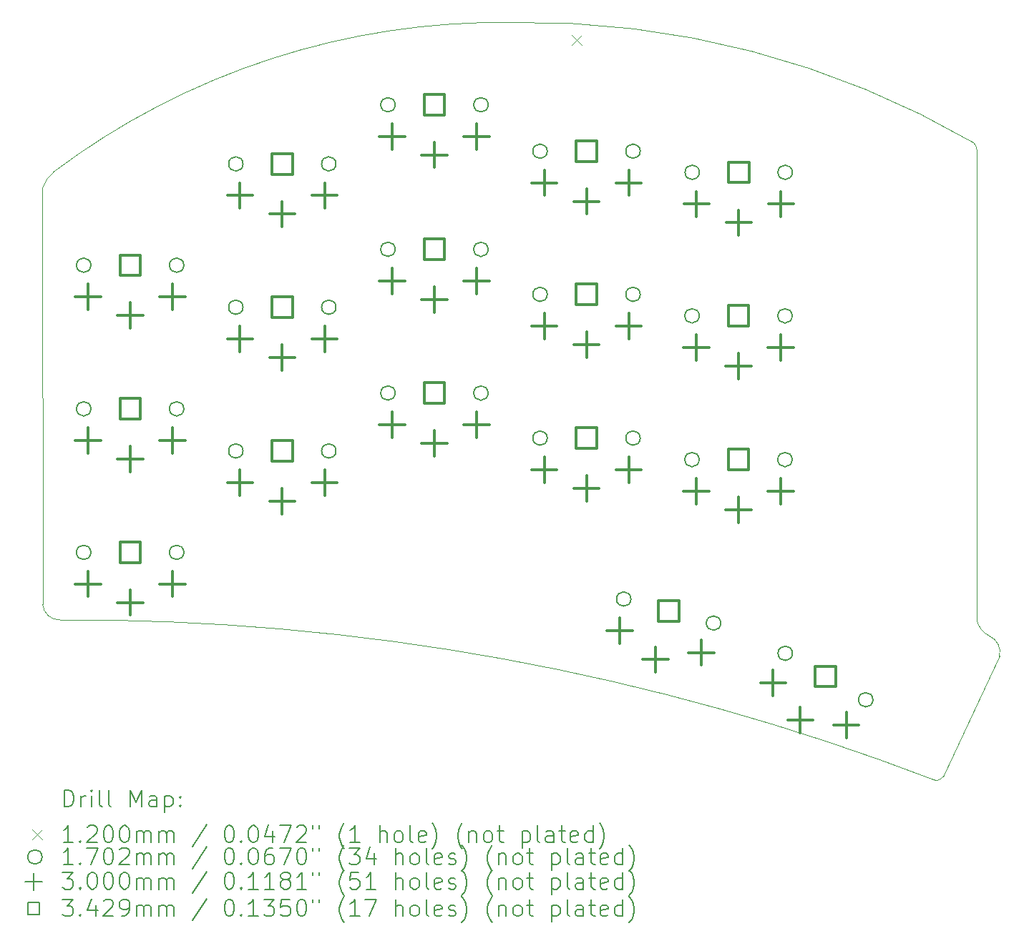
<source format=gbr>
%TF.GenerationSoftware,KiCad,Pcbnew,7.0.8*%
%TF.CreationDate,2023-10-31T13:57:49-04:00*%
%TF.ProjectId,half-swept,68616c66-2d73-4776-9570-742e6b696361,rev?*%
%TF.SameCoordinates,Original*%
%TF.FileFunction,Drillmap*%
%TF.FilePolarity,Positive*%
%FSLAX45Y45*%
G04 Gerber Fmt 4.5, Leading zero omitted, Abs format (unit mm)*
G04 Created by KiCad (PCBNEW 7.0.8) date 2023-10-31 13:57:49*
%MOMM*%
%LPD*%
G01*
G04 APERTURE LIST*
%ADD10C,0.050000*%
%ADD11C,0.200000*%
%ADD12C,0.120000*%
%ADD13C,0.170180*%
%ADD14C,0.300000*%
%ADD15C,0.342900*%
G04 APERTURE END LIST*
D10*
X1223692Y-3220171D02*
X1227712Y-8147003D01*
X12278886Y-2760878D02*
G75*
G03*
X12242686Y-2680500I-104476J1288D01*
G01*
X1366385Y-3018799D02*
G75*
G03*
X1223692Y-3220171I244505J-324501D01*
G01*
X12242686Y-2680500D02*
G75*
G03*
X6792687Y-1256251I-5286691J-9090387D01*
G01*
X11758266Y-10218445D02*
G75*
G03*
X1431486Y-8330613I-10180840J-26502434D01*
G01*
X1227709Y-8147003D02*
G75*
G03*
X1431486Y-8330612I197801J14643D01*
G01*
X12278887Y-2760878D02*
X12278886Y-8330500D01*
X6792687Y-1256252D02*
G75*
G03*
X1366386Y-3018800I-139342J-8805174D01*
G01*
X11758268Y-10218440D02*
G75*
G03*
X11878948Y-10185024I43992J75750D01*
G01*
X12547988Y-8757716D02*
X11878948Y-10185024D01*
X12278887Y-8330500D02*
G75*
G03*
X12432988Y-8522716I279953J66560D01*
G01*
X12547986Y-8757716D02*
G75*
G03*
X12432988Y-8522716I-199306J48106D01*
G01*
D11*
D12*
X7485186Y-1405750D02*
X7605186Y-1525750D01*
X7605186Y-1405750D02*
X7485186Y-1525750D01*
D13*
X1797776Y-4130500D02*
G75*
G03*
X1797776Y-4130500I-85090J0D01*
G01*
X1797776Y-5830500D02*
G75*
G03*
X1797776Y-5830500I-85090J0D01*
G01*
X1797776Y-7530500D02*
G75*
G03*
X1797776Y-7530500I-85090J0D01*
G01*
X2897776Y-4130500D02*
G75*
G03*
X2897776Y-4130500I-85090J0D01*
G01*
X2897776Y-5830500D02*
G75*
G03*
X2897776Y-5830500I-85090J0D01*
G01*
X2897776Y-7530500D02*
G75*
G03*
X2897776Y-7530500I-85090J0D01*
G01*
X3597776Y-6329700D02*
G75*
G03*
X3597776Y-6329700I-85090J0D01*
G01*
X3597777Y-2930500D02*
G75*
G03*
X3597777Y-2930500I-85090J0D01*
G01*
X3597777Y-4627900D02*
G75*
G03*
X3597777Y-4627900I-85090J0D01*
G01*
X4697776Y-6329700D02*
G75*
G03*
X4697776Y-6329700I-85090J0D01*
G01*
X4697777Y-2930500D02*
G75*
G03*
X4697777Y-2930500I-85090J0D01*
G01*
X4697777Y-4627900D02*
G75*
G03*
X4697777Y-4627900I-85090J0D01*
G01*
X5397776Y-5643900D02*
G75*
G03*
X5397776Y-5643900I-85090J0D01*
G01*
X5397776Y-2230500D02*
G75*
G03*
X5397776Y-2230500I-85090J0D01*
G01*
X5397777Y-3942100D02*
G75*
G03*
X5397777Y-3942100I-85090J0D01*
G01*
X6497776Y-5643900D02*
G75*
G03*
X6497776Y-5643900I-85090J0D01*
G01*
X6497776Y-2230500D02*
G75*
G03*
X6497776Y-2230500I-85090J0D01*
G01*
X6497777Y-3942100D02*
G75*
G03*
X6497777Y-3942100I-85090J0D01*
G01*
X7197776Y-2780500D02*
G75*
G03*
X7197776Y-2780500I-85090J0D01*
G01*
X7197776Y-6177300D02*
G75*
G03*
X7197776Y-6177300I-85090J0D01*
G01*
X7197777Y-4475501D02*
G75*
G03*
X7197777Y-4475501I-85090J0D01*
G01*
X8187483Y-8083150D02*
G75*
G03*
X8187483Y-8083150I-85090J0D01*
G01*
X8297776Y-2780500D02*
G75*
G03*
X8297776Y-2780500I-85090J0D01*
G01*
X8297776Y-6177300D02*
G75*
G03*
X8297776Y-6177300I-85090J0D01*
G01*
X8297777Y-4475501D02*
G75*
G03*
X8297777Y-4475501I-85090J0D01*
G01*
X8995142Y-6431300D02*
G75*
G03*
X8995142Y-6431300I-85090J0D01*
G01*
X8995777Y-4729500D02*
G75*
G03*
X8995777Y-4729500I-85090J0D01*
G01*
X8997776Y-3030500D02*
G75*
G03*
X8997776Y-3030500I-85090J0D01*
G01*
X9250001Y-8367851D02*
G75*
G03*
X9250001Y-8367851I-85090J0D01*
G01*
X10095142Y-6431300D02*
G75*
G03*
X10095142Y-6431300I-85090J0D01*
G01*
X10095777Y-4729500D02*
G75*
G03*
X10095777Y-4729500I-85090J0D01*
G01*
X10097776Y-3030500D02*
G75*
G03*
X10097776Y-3030500I-85090J0D01*
G01*
X10098428Y-8725500D02*
G75*
G03*
X10098428Y-8725500I-85090J0D01*
G01*
X11051056Y-9275500D02*
G75*
G03*
X11051056Y-9275500I-85090J0D01*
G01*
D14*
X1762686Y-4355500D02*
X1762686Y-4655500D01*
X1612686Y-4505500D02*
X1912686Y-4505500D01*
X1762686Y-6055500D02*
X1762686Y-6355500D01*
X1612686Y-6205500D02*
X1912686Y-6205500D01*
X1762686Y-7755500D02*
X1762686Y-8055500D01*
X1612686Y-7905500D02*
X1912686Y-7905500D01*
X2262687Y-4575500D02*
X2262687Y-4875500D01*
X2112687Y-4725500D02*
X2412687Y-4725500D01*
X2262687Y-6275500D02*
X2262687Y-6575500D01*
X2112687Y-6425500D02*
X2412687Y-6425500D01*
X2262687Y-7975500D02*
X2262687Y-8275500D01*
X2112687Y-8125500D02*
X2412687Y-8125500D01*
X2762687Y-4355500D02*
X2762687Y-4655500D01*
X2612687Y-4505500D02*
X2912686Y-4505500D01*
X2762687Y-6055500D02*
X2762687Y-6355500D01*
X2612687Y-6205500D02*
X2912686Y-6205500D01*
X2762687Y-7755500D02*
X2762687Y-8055500D01*
X2612687Y-7905500D02*
X2912686Y-7905500D01*
X3562686Y-6554700D02*
X3562686Y-6854700D01*
X3412686Y-6704700D02*
X3712686Y-6704700D01*
X3562687Y-3155500D02*
X3562687Y-3455500D01*
X3412687Y-3305500D02*
X3712687Y-3305500D01*
X3562687Y-4852900D02*
X3562687Y-5152900D01*
X3412687Y-5002900D02*
X3712687Y-5002900D01*
X4062686Y-6774700D02*
X4062686Y-7074700D01*
X3912686Y-6924700D02*
X4212686Y-6924700D01*
X4062687Y-3375500D02*
X4062687Y-3675500D01*
X3912687Y-3525500D02*
X4212687Y-3525500D01*
X4062687Y-5072900D02*
X4062687Y-5372900D01*
X3912687Y-5222900D02*
X4212687Y-5222900D01*
X4562686Y-6554700D02*
X4562686Y-6854700D01*
X4412686Y-6704700D02*
X4712686Y-6704700D01*
X4562687Y-3155500D02*
X4562687Y-3455500D01*
X4412687Y-3305500D02*
X4712687Y-3305500D01*
X4562687Y-4852900D02*
X4562687Y-5152900D01*
X4412687Y-5002900D02*
X4712687Y-5002900D01*
X5362686Y-5868900D02*
X5362686Y-6168900D01*
X5212686Y-6018900D02*
X5512686Y-6018900D01*
X5362686Y-2455500D02*
X5362686Y-2755500D01*
X5212686Y-2605500D02*
X5512686Y-2605500D01*
X5362687Y-4167100D02*
X5362687Y-4467100D01*
X5212687Y-4317100D02*
X5512687Y-4317100D01*
X5862686Y-6088900D02*
X5862686Y-6388900D01*
X5712686Y-6238900D02*
X6012686Y-6238900D01*
X5862686Y-2675500D02*
X5862686Y-2975500D01*
X5712686Y-2825500D02*
X6012686Y-2825500D01*
X5862687Y-4387100D02*
X5862687Y-4687100D01*
X5712687Y-4537100D02*
X6012687Y-4537100D01*
X6362686Y-5868900D02*
X6362686Y-6168900D01*
X6212686Y-6018900D02*
X6512686Y-6018900D01*
X6362686Y-2455500D02*
X6362686Y-2755500D01*
X6212686Y-2605500D02*
X6512686Y-2605500D01*
X6362687Y-4167100D02*
X6362687Y-4467100D01*
X6212687Y-4317100D02*
X6512687Y-4317100D01*
X7162686Y-3005500D02*
X7162686Y-3305500D01*
X7012686Y-3155500D02*
X7312686Y-3155500D01*
X7162686Y-6402300D02*
X7162686Y-6702300D01*
X7012686Y-6552300D02*
X7312686Y-6552300D01*
X7162687Y-4700501D02*
X7162687Y-5000501D01*
X7012687Y-4850501D02*
X7312687Y-4850501D01*
X7662686Y-3225500D02*
X7662686Y-3525500D01*
X7512686Y-3375500D02*
X7812686Y-3375500D01*
X7662686Y-6622300D02*
X7662686Y-6922300D01*
X7512686Y-6772300D02*
X7812686Y-6772300D01*
X7662687Y-4920501D02*
X7662687Y-5220501D01*
X7512687Y-5070501D02*
X7812687Y-5070501D01*
X8053632Y-8308313D02*
X8053632Y-8608313D01*
X7903632Y-8458313D02*
X8203632Y-8458313D01*
X8162686Y-3005500D02*
X8162686Y-3305500D01*
X8012686Y-3155500D02*
X8312686Y-3155500D01*
X8162686Y-6402300D02*
X8162686Y-6702300D01*
X8012686Y-6552300D02*
X8312686Y-6552300D01*
X8162687Y-4700501D02*
X8162687Y-5000501D01*
X8012687Y-4850501D02*
X8312687Y-4850501D01*
X8479655Y-8650226D02*
X8479655Y-8950226D01*
X8329655Y-8800226D02*
X8629655Y-8800226D01*
X8960052Y-6656300D02*
X8960052Y-6956300D01*
X8810052Y-6806300D02*
X9110052Y-6806300D01*
X8960687Y-4954500D02*
X8960687Y-5254500D01*
X8810687Y-5104500D02*
X9110687Y-5104500D01*
X8962686Y-3255500D02*
X8962686Y-3555500D01*
X8812686Y-3405500D02*
X9112686Y-3405500D01*
X9019558Y-8567132D02*
X9019558Y-8867132D01*
X8869558Y-8717132D02*
X9169558Y-8717132D01*
X9460052Y-6876300D02*
X9460052Y-7176300D01*
X9310052Y-7026300D02*
X9610052Y-7026300D01*
X9460687Y-5174500D02*
X9460687Y-5474500D01*
X9310687Y-5324500D02*
X9610687Y-5324500D01*
X9462686Y-3475500D02*
X9462686Y-3775500D01*
X9312686Y-3625500D02*
X9612686Y-3625500D01*
X9869139Y-8925260D02*
X9869139Y-9225260D01*
X9719139Y-9075260D02*
X10019139Y-9075260D01*
X9960052Y-6656300D02*
X9960052Y-6956300D01*
X9810052Y-6806300D02*
X10110052Y-6806300D01*
X9960687Y-4954500D02*
X9960687Y-5254500D01*
X9810687Y-5104500D02*
X10110687Y-5104500D01*
X9962686Y-3255500D02*
X9962686Y-3555500D01*
X9812686Y-3405500D02*
X10112686Y-3405500D01*
X10192152Y-9365785D02*
X10192152Y-9665785D01*
X10042152Y-9515785D02*
X10342152Y-9515785D01*
X10735165Y-9425260D02*
X10735165Y-9725260D01*
X10585165Y-9575260D02*
X10885165Y-9575260D01*
D15*
X2383921Y-4251735D02*
X2383921Y-4009266D01*
X2141452Y-4009266D01*
X2141452Y-4251735D01*
X2383921Y-4251735D01*
X2383921Y-5951735D02*
X2383921Y-5709266D01*
X2141452Y-5709266D01*
X2141452Y-5951735D01*
X2383921Y-5951735D01*
X2383921Y-7651734D02*
X2383921Y-7409265D01*
X2141452Y-7409265D01*
X2141452Y-7651734D01*
X2383921Y-7651734D01*
X4183921Y-6450935D02*
X4183921Y-6208465D01*
X3941452Y-6208465D01*
X3941452Y-6450935D01*
X4183921Y-6450935D01*
X4183921Y-3051735D02*
X4183921Y-2809266D01*
X3941452Y-2809266D01*
X3941452Y-3051735D01*
X4183921Y-3051735D01*
X4183921Y-4749135D02*
X4183921Y-4506666D01*
X3941452Y-4506666D01*
X3941452Y-4749135D01*
X4183921Y-4749135D01*
X5983921Y-5765135D02*
X5983921Y-5522666D01*
X5741452Y-5522666D01*
X5741452Y-5765135D01*
X5983921Y-5765135D01*
X5983921Y-2351735D02*
X5983921Y-2109266D01*
X5741452Y-2109266D01*
X5741452Y-2351735D01*
X5983921Y-2351735D01*
X5983921Y-4063335D02*
X5983921Y-3820866D01*
X5741452Y-3820866D01*
X5741452Y-4063335D01*
X5983921Y-4063335D01*
X7783921Y-2901735D02*
X7783921Y-2659266D01*
X7541452Y-2659266D01*
X7541452Y-2901735D01*
X7783921Y-2901735D01*
X7783921Y-6298535D02*
X7783921Y-6056066D01*
X7541452Y-6056066D01*
X7541452Y-6298535D01*
X7783921Y-6298535D01*
X7783921Y-4596735D02*
X7783921Y-4354266D01*
X7541452Y-4354266D01*
X7541452Y-4596735D01*
X7783921Y-4596735D01*
X8754887Y-8346735D02*
X8754887Y-8104266D01*
X8512417Y-8104266D01*
X8512417Y-8346735D01*
X8754887Y-8346735D01*
X9581287Y-6552535D02*
X9581287Y-6310066D01*
X9338817Y-6310066D01*
X9338817Y-6552535D01*
X9581287Y-6552535D01*
X9581921Y-4850735D02*
X9581921Y-4608266D01*
X9339452Y-4608266D01*
X9339452Y-4850735D01*
X9581921Y-4850735D01*
X9583921Y-3151735D02*
X9583921Y-2909266D01*
X9341452Y-2909266D01*
X9341452Y-3151735D01*
X9583921Y-3151735D01*
X10610887Y-9121735D02*
X10610887Y-8879266D01*
X10368417Y-8879266D01*
X10368417Y-9121735D01*
X10610887Y-9121735D01*
D11*
X1481969Y-10544271D02*
X1481969Y-10344271D01*
X1481969Y-10344271D02*
X1529588Y-10344271D01*
X1529588Y-10344271D02*
X1558159Y-10353795D01*
X1558159Y-10353795D02*
X1577207Y-10372842D01*
X1577207Y-10372842D02*
X1586730Y-10391890D01*
X1586730Y-10391890D02*
X1596254Y-10429985D01*
X1596254Y-10429985D02*
X1596254Y-10458557D01*
X1596254Y-10458557D02*
X1586730Y-10496652D01*
X1586730Y-10496652D02*
X1577207Y-10515699D01*
X1577207Y-10515699D02*
X1558159Y-10534747D01*
X1558159Y-10534747D02*
X1529588Y-10544271D01*
X1529588Y-10544271D02*
X1481969Y-10544271D01*
X1681969Y-10544271D02*
X1681969Y-10410938D01*
X1681969Y-10449033D02*
X1691492Y-10429985D01*
X1691492Y-10429985D02*
X1701016Y-10420461D01*
X1701016Y-10420461D02*
X1720064Y-10410938D01*
X1720064Y-10410938D02*
X1739111Y-10410938D01*
X1805778Y-10544271D02*
X1805778Y-10410938D01*
X1805778Y-10344271D02*
X1796254Y-10353795D01*
X1796254Y-10353795D02*
X1805778Y-10363319D01*
X1805778Y-10363319D02*
X1815302Y-10353795D01*
X1815302Y-10353795D02*
X1805778Y-10344271D01*
X1805778Y-10344271D02*
X1805778Y-10363319D01*
X1929588Y-10544271D02*
X1910540Y-10534747D01*
X1910540Y-10534747D02*
X1901016Y-10515699D01*
X1901016Y-10515699D02*
X1901016Y-10344271D01*
X2034349Y-10544271D02*
X2015302Y-10534747D01*
X2015302Y-10534747D02*
X2005778Y-10515699D01*
X2005778Y-10515699D02*
X2005778Y-10344271D01*
X2262921Y-10544271D02*
X2262921Y-10344271D01*
X2262921Y-10344271D02*
X2329588Y-10487128D01*
X2329588Y-10487128D02*
X2396254Y-10344271D01*
X2396254Y-10344271D02*
X2396254Y-10544271D01*
X2577207Y-10544271D02*
X2577207Y-10439509D01*
X2577207Y-10439509D02*
X2567683Y-10420461D01*
X2567683Y-10420461D02*
X2548635Y-10410938D01*
X2548635Y-10410938D02*
X2510540Y-10410938D01*
X2510540Y-10410938D02*
X2491492Y-10420461D01*
X2577207Y-10534747D02*
X2558159Y-10544271D01*
X2558159Y-10544271D02*
X2510540Y-10544271D01*
X2510540Y-10544271D02*
X2491492Y-10534747D01*
X2491492Y-10534747D02*
X2481969Y-10515699D01*
X2481969Y-10515699D02*
X2481969Y-10496652D01*
X2481969Y-10496652D02*
X2491492Y-10477604D01*
X2491492Y-10477604D02*
X2510540Y-10468080D01*
X2510540Y-10468080D02*
X2558159Y-10468080D01*
X2558159Y-10468080D02*
X2577207Y-10458557D01*
X2672445Y-10410938D02*
X2672445Y-10610938D01*
X2672445Y-10420461D02*
X2691492Y-10410938D01*
X2691492Y-10410938D02*
X2729588Y-10410938D01*
X2729588Y-10410938D02*
X2748635Y-10420461D01*
X2748635Y-10420461D02*
X2758159Y-10429985D01*
X2758159Y-10429985D02*
X2767683Y-10449033D01*
X2767683Y-10449033D02*
X2767683Y-10506176D01*
X2767683Y-10506176D02*
X2758159Y-10525223D01*
X2758159Y-10525223D02*
X2748635Y-10534747D01*
X2748635Y-10534747D02*
X2729588Y-10544271D01*
X2729588Y-10544271D02*
X2691492Y-10544271D01*
X2691492Y-10544271D02*
X2672445Y-10534747D01*
X2853397Y-10525223D02*
X2862921Y-10534747D01*
X2862921Y-10534747D02*
X2853397Y-10544271D01*
X2853397Y-10544271D02*
X2843873Y-10534747D01*
X2843873Y-10534747D02*
X2853397Y-10525223D01*
X2853397Y-10525223D02*
X2853397Y-10544271D01*
X2853397Y-10420461D02*
X2862921Y-10429985D01*
X2862921Y-10429985D02*
X2853397Y-10439509D01*
X2853397Y-10439509D02*
X2843873Y-10429985D01*
X2843873Y-10429985D02*
X2853397Y-10420461D01*
X2853397Y-10420461D02*
X2853397Y-10439509D01*
D12*
X1101192Y-10812787D02*
X1221192Y-10932787D01*
X1221192Y-10812787D02*
X1101192Y-10932787D01*
D11*
X1586730Y-10964271D02*
X1472445Y-10964271D01*
X1529588Y-10964271D02*
X1529588Y-10764271D01*
X1529588Y-10764271D02*
X1510540Y-10792842D01*
X1510540Y-10792842D02*
X1491492Y-10811890D01*
X1491492Y-10811890D02*
X1472445Y-10821414D01*
X1672445Y-10945223D02*
X1681969Y-10954747D01*
X1681969Y-10954747D02*
X1672445Y-10964271D01*
X1672445Y-10964271D02*
X1662921Y-10954747D01*
X1662921Y-10954747D02*
X1672445Y-10945223D01*
X1672445Y-10945223D02*
X1672445Y-10964271D01*
X1758159Y-10783319D02*
X1767683Y-10773795D01*
X1767683Y-10773795D02*
X1786730Y-10764271D01*
X1786730Y-10764271D02*
X1834350Y-10764271D01*
X1834350Y-10764271D02*
X1853397Y-10773795D01*
X1853397Y-10773795D02*
X1862921Y-10783319D01*
X1862921Y-10783319D02*
X1872445Y-10802366D01*
X1872445Y-10802366D02*
X1872445Y-10821414D01*
X1872445Y-10821414D02*
X1862921Y-10849985D01*
X1862921Y-10849985D02*
X1748635Y-10964271D01*
X1748635Y-10964271D02*
X1872445Y-10964271D01*
X1996254Y-10764271D02*
X2015302Y-10764271D01*
X2015302Y-10764271D02*
X2034350Y-10773795D01*
X2034350Y-10773795D02*
X2043873Y-10783319D01*
X2043873Y-10783319D02*
X2053397Y-10802366D01*
X2053397Y-10802366D02*
X2062921Y-10840461D01*
X2062921Y-10840461D02*
X2062921Y-10888080D01*
X2062921Y-10888080D02*
X2053397Y-10926176D01*
X2053397Y-10926176D02*
X2043873Y-10945223D01*
X2043873Y-10945223D02*
X2034350Y-10954747D01*
X2034350Y-10954747D02*
X2015302Y-10964271D01*
X2015302Y-10964271D02*
X1996254Y-10964271D01*
X1996254Y-10964271D02*
X1977207Y-10954747D01*
X1977207Y-10954747D02*
X1967683Y-10945223D01*
X1967683Y-10945223D02*
X1958159Y-10926176D01*
X1958159Y-10926176D02*
X1948635Y-10888080D01*
X1948635Y-10888080D02*
X1948635Y-10840461D01*
X1948635Y-10840461D02*
X1958159Y-10802366D01*
X1958159Y-10802366D02*
X1967683Y-10783319D01*
X1967683Y-10783319D02*
X1977207Y-10773795D01*
X1977207Y-10773795D02*
X1996254Y-10764271D01*
X2186731Y-10764271D02*
X2205778Y-10764271D01*
X2205778Y-10764271D02*
X2224826Y-10773795D01*
X2224826Y-10773795D02*
X2234350Y-10783319D01*
X2234350Y-10783319D02*
X2243873Y-10802366D01*
X2243873Y-10802366D02*
X2253397Y-10840461D01*
X2253397Y-10840461D02*
X2253397Y-10888080D01*
X2253397Y-10888080D02*
X2243873Y-10926176D01*
X2243873Y-10926176D02*
X2234350Y-10945223D01*
X2234350Y-10945223D02*
X2224826Y-10954747D01*
X2224826Y-10954747D02*
X2205778Y-10964271D01*
X2205778Y-10964271D02*
X2186731Y-10964271D01*
X2186731Y-10964271D02*
X2167683Y-10954747D01*
X2167683Y-10954747D02*
X2158159Y-10945223D01*
X2158159Y-10945223D02*
X2148635Y-10926176D01*
X2148635Y-10926176D02*
X2139112Y-10888080D01*
X2139112Y-10888080D02*
X2139112Y-10840461D01*
X2139112Y-10840461D02*
X2148635Y-10802366D01*
X2148635Y-10802366D02*
X2158159Y-10783319D01*
X2158159Y-10783319D02*
X2167683Y-10773795D01*
X2167683Y-10773795D02*
X2186731Y-10764271D01*
X2339112Y-10964271D02*
X2339112Y-10830938D01*
X2339112Y-10849985D02*
X2348635Y-10840461D01*
X2348635Y-10840461D02*
X2367683Y-10830938D01*
X2367683Y-10830938D02*
X2396254Y-10830938D01*
X2396254Y-10830938D02*
X2415302Y-10840461D01*
X2415302Y-10840461D02*
X2424826Y-10859509D01*
X2424826Y-10859509D02*
X2424826Y-10964271D01*
X2424826Y-10859509D02*
X2434350Y-10840461D01*
X2434350Y-10840461D02*
X2453397Y-10830938D01*
X2453397Y-10830938D02*
X2481969Y-10830938D01*
X2481969Y-10830938D02*
X2501016Y-10840461D01*
X2501016Y-10840461D02*
X2510540Y-10859509D01*
X2510540Y-10859509D02*
X2510540Y-10964271D01*
X2605778Y-10964271D02*
X2605778Y-10830938D01*
X2605778Y-10849985D02*
X2615302Y-10840461D01*
X2615302Y-10840461D02*
X2634350Y-10830938D01*
X2634350Y-10830938D02*
X2662921Y-10830938D01*
X2662921Y-10830938D02*
X2681969Y-10840461D01*
X2681969Y-10840461D02*
X2691493Y-10859509D01*
X2691493Y-10859509D02*
X2691493Y-10964271D01*
X2691493Y-10859509D02*
X2701016Y-10840461D01*
X2701016Y-10840461D02*
X2720064Y-10830938D01*
X2720064Y-10830938D02*
X2748635Y-10830938D01*
X2748635Y-10830938D02*
X2767683Y-10840461D01*
X2767683Y-10840461D02*
X2777207Y-10859509D01*
X2777207Y-10859509D02*
X2777207Y-10964271D01*
X3167683Y-10754747D02*
X2996254Y-11011890D01*
X3424826Y-10764271D02*
X3443874Y-10764271D01*
X3443874Y-10764271D02*
X3462921Y-10773795D01*
X3462921Y-10773795D02*
X3472445Y-10783319D01*
X3472445Y-10783319D02*
X3481969Y-10802366D01*
X3481969Y-10802366D02*
X3491493Y-10840461D01*
X3491493Y-10840461D02*
X3491493Y-10888080D01*
X3491493Y-10888080D02*
X3481969Y-10926176D01*
X3481969Y-10926176D02*
X3472445Y-10945223D01*
X3472445Y-10945223D02*
X3462921Y-10954747D01*
X3462921Y-10954747D02*
X3443874Y-10964271D01*
X3443874Y-10964271D02*
X3424826Y-10964271D01*
X3424826Y-10964271D02*
X3405778Y-10954747D01*
X3405778Y-10954747D02*
X3396254Y-10945223D01*
X3396254Y-10945223D02*
X3386731Y-10926176D01*
X3386731Y-10926176D02*
X3377207Y-10888080D01*
X3377207Y-10888080D02*
X3377207Y-10840461D01*
X3377207Y-10840461D02*
X3386731Y-10802366D01*
X3386731Y-10802366D02*
X3396254Y-10783319D01*
X3396254Y-10783319D02*
X3405778Y-10773795D01*
X3405778Y-10773795D02*
X3424826Y-10764271D01*
X3577207Y-10945223D02*
X3586731Y-10954747D01*
X3586731Y-10954747D02*
X3577207Y-10964271D01*
X3577207Y-10964271D02*
X3567683Y-10954747D01*
X3567683Y-10954747D02*
X3577207Y-10945223D01*
X3577207Y-10945223D02*
X3577207Y-10964271D01*
X3710540Y-10764271D02*
X3729588Y-10764271D01*
X3729588Y-10764271D02*
X3748635Y-10773795D01*
X3748635Y-10773795D02*
X3758159Y-10783319D01*
X3758159Y-10783319D02*
X3767683Y-10802366D01*
X3767683Y-10802366D02*
X3777207Y-10840461D01*
X3777207Y-10840461D02*
X3777207Y-10888080D01*
X3777207Y-10888080D02*
X3767683Y-10926176D01*
X3767683Y-10926176D02*
X3758159Y-10945223D01*
X3758159Y-10945223D02*
X3748635Y-10954747D01*
X3748635Y-10954747D02*
X3729588Y-10964271D01*
X3729588Y-10964271D02*
X3710540Y-10964271D01*
X3710540Y-10964271D02*
X3691493Y-10954747D01*
X3691493Y-10954747D02*
X3681969Y-10945223D01*
X3681969Y-10945223D02*
X3672445Y-10926176D01*
X3672445Y-10926176D02*
X3662921Y-10888080D01*
X3662921Y-10888080D02*
X3662921Y-10840461D01*
X3662921Y-10840461D02*
X3672445Y-10802366D01*
X3672445Y-10802366D02*
X3681969Y-10783319D01*
X3681969Y-10783319D02*
X3691493Y-10773795D01*
X3691493Y-10773795D02*
X3710540Y-10764271D01*
X3948635Y-10830938D02*
X3948635Y-10964271D01*
X3901016Y-10754747D02*
X3853397Y-10897604D01*
X3853397Y-10897604D02*
X3977207Y-10897604D01*
X4034350Y-10764271D02*
X4167683Y-10764271D01*
X4167683Y-10764271D02*
X4081969Y-10964271D01*
X4234350Y-10783319D02*
X4243874Y-10773795D01*
X4243874Y-10773795D02*
X4262921Y-10764271D01*
X4262921Y-10764271D02*
X4310540Y-10764271D01*
X4310540Y-10764271D02*
X4329588Y-10773795D01*
X4329588Y-10773795D02*
X4339112Y-10783319D01*
X4339112Y-10783319D02*
X4348636Y-10802366D01*
X4348636Y-10802366D02*
X4348636Y-10821414D01*
X4348636Y-10821414D02*
X4339112Y-10849985D01*
X4339112Y-10849985D02*
X4224826Y-10964271D01*
X4224826Y-10964271D02*
X4348636Y-10964271D01*
X4424826Y-10764271D02*
X4424826Y-10802366D01*
X4501017Y-10764271D02*
X4501017Y-10802366D01*
X4796255Y-11040461D02*
X4786731Y-11030938D01*
X4786731Y-11030938D02*
X4767683Y-11002366D01*
X4767683Y-11002366D02*
X4758159Y-10983319D01*
X4758159Y-10983319D02*
X4748636Y-10954747D01*
X4748636Y-10954747D02*
X4739112Y-10907128D01*
X4739112Y-10907128D02*
X4739112Y-10869033D01*
X4739112Y-10869033D02*
X4748636Y-10821414D01*
X4748636Y-10821414D02*
X4758159Y-10792842D01*
X4758159Y-10792842D02*
X4767683Y-10773795D01*
X4767683Y-10773795D02*
X4786731Y-10745223D01*
X4786731Y-10745223D02*
X4796255Y-10735699D01*
X4977207Y-10964271D02*
X4862921Y-10964271D01*
X4920064Y-10964271D02*
X4920064Y-10764271D01*
X4920064Y-10764271D02*
X4901017Y-10792842D01*
X4901017Y-10792842D02*
X4881969Y-10811890D01*
X4881969Y-10811890D02*
X4862921Y-10821414D01*
X5215302Y-10964271D02*
X5215302Y-10764271D01*
X5301017Y-10964271D02*
X5301017Y-10859509D01*
X5301017Y-10859509D02*
X5291493Y-10840461D01*
X5291493Y-10840461D02*
X5272445Y-10830938D01*
X5272445Y-10830938D02*
X5243874Y-10830938D01*
X5243874Y-10830938D02*
X5224826Y-10840461D01*
X5224826Y-10840461D02*
X5215302Y-10849985D01*
X5424826Y-10964271D02*
X5405779Y-10954747D01*
X5405779Y-10954747D02*
X5396255Y-10945223D01*
X5396255Y-10945223D02*
X5386731Y-10926176D01*
X5386731Y-10926176D02*
X5386731Y-10869033D01*
X5386731Y-10869033D02*
X5396255Y-10849985D01*
X5396255Y-10849985D02*
X5405779Y-10840461D01*
X5405779Y-10840461D02*
X5424826Y-10830938D01*
X5424826Y-10830938D02*
X5453398Y-10830938D01*
X5453398Y-10830938D02*
X5472445Y-10840461D01*
X5472445Y-10840461D02*
X5481969Y-10849985D01*
X5481969Y-10849985D02*
X5491493Y-10869033D01*
X5491493Y-10869033D02*
X5491493Y-10926176D01*
X5491493Y-10926176D02*
X5481969Y-10945223D01*
X5481969Y-10945223D02*
X5472445Y-10954747D01*
X5472445Y-10954747D02*
X5453398Y-10964271D01*
X5453398Y-10964271D02*
X5424826Y-10964271D01*
X5605778Y-10964271D02*
X5586731Y-10954747D01*
X5586731Y-10954747D02*
X5577207Y-10935699D01*
X5577207Y-10935699D02*
X5577207Y-10764271D01*
X5758159Y-10954747D02*
X5739112Y-10964271D01*
X5739112Y-10964271D02*
X5701017Y-10964271D01*
X5701017Y-10964271D02*
X5681969Y-10954747D01*
X5681969Y-10954747D02*
X5672445Y-10935699D01*
X5672445Y-10935699D02*
X5672445Y-10859509D01*
X5672445Y-10859509D02*
X5681969Y-10840461D01*
X5681969Y-10840461D02*
X5701017Y-10830938D01*
X5701017Y-10830938D02*
X5739112Y-10830938D01*
X5739112Y-10830938D02*
X5758159Y-10840461D01*
X5758159Y-10840461D02*
X5767683Y-10859509D01*
X5767683Y-10859509D02*
X5767683Y-10878557D01*
X5767683Y-10878557D02*
X5672445Y-10897604D01*
X5834350Y-11040461D02*
X5843874Y-11030938D01*
X5843874Y-11030938D02*
X5862921Y-11002366D01*
X5862921Y-11002366D02*
X5872445Y-10983319D01*
X5872445Y-10983319D02*
X5881969Y-10954747D01*
X5881969Y-10954747D02*
X5891493Y-10907128D01*
X5891493Y-10907128D02*
X5891493Y-10869033D01*
X5891493Y-10869033D02*
X5881969Y-10821414D01*
X5881969Y-10821414D02*
X5872445Y-10792842D01*
X5872445Y-10792842D02*
X5862921Y-10773795D01*
X5862921Y-10773795D02*
X5843874Y-10745223D01*
X5843874Y-10745223D02*
X5834350Y-10735699D01*
X6196255Y-11040461D02*
X6186731Y-11030938D01*
X6186731Y-11030938D02*
X6167683Y-11002366D01*
X6167683Y-11002366D02*
X6158159Y-10983319D01*
X6158159Y-10983319D02*
X6148636Y-10954747D01*
X6148636Y-10954747D02*
X6139112Y-10907128D01*
X6139112Y-10907128D02*
X6139112Y-10869033D01*
X6139112Y-10869033D02*
X6148636Y-10821414D01*
X6148636Y-10821414D02*
X6158159Y-10792842D01*
X6158159Y-10792842D02*
X6167683Y-10773795D01*
X6167683Y-10773795D02*
X6186731Y-10745223D01*
X6186731Y-10745223D02*
X6196255Y-10735699D01*
X6272445Y-10830938D02*
X6272445Y-10964271D01*
X6272445Y-10849985D02*
X6281969Y-10840461D01*
X6281969Y-10840461D02*
X6301017Y-10830938D01*
X6301017Y-10830938D02*
X6329588Y-10830938D01*
X6329588Y-10830938D02*
X6348636Y-10840461D01*
X6348636Y-10840461D02*
X6358159Y-10859509D01*
X6358159Y-10859509D02*
X6358159Y-10964271D01*
X6481969Y-10964271D02*
X6462921Y-10954747D01*
X6462921Y-10954747D02*
X6453398Y-10945223D01*
X6453398Y-10945223D02*
X6443874Y-10926176D01*
X6443874Y-10926176D02*
X6443874Y-10869033D01*
X6443874Y-10869033D02*
X6453398Y-10849985D01*
X6453398Y-10849985D02*
X6462921Y-10840461D01*
X6462921Y-10840461D02*
X6481969Y-10830938D01*
X6481969Y-10830938D02*
X6510540Y-10830938D01*
X6510540Y-10830938D02*
X6529588Y-10840461D01*
X6529588Y-10840461D02*
X6539112Y-10849985D01*
X6539112Y-10849985D02*
X6548636Y-10869033D01*
X6548636Y-10869033D02*
X6548636Y-10926176D01*
X6548636Y-10926176D02*
X6539112Y-10945223D01*
X6539112Y-10945223D02*
X6529588Y-10954747D01*
X6529588Y-10954747D02*
X6510540Y-10964271D01*
X6510540Y-10964271D02*
X6481969Y-10964271D01*
X6605779Y-10830938D02*
X6681969Y-10830938D01*
X6634350Y-10764271D02*
X6634350Y-10935699D01*
X6634350Y-10935699D02*
X6643874Y-10954747D01*
X6643874Y-10954747D02*
X6662921Y-10964271D01*
X6662921Y-10964271D02*
X6681969Y-10964271D01*
X6901017Y-10830938D02*
X6901017Y-11030938D01*
X6901017Y-10840461D02*
X6920064Y-10830938D01*
X6920064Y-10830938D02*
X6958160Y-10830938D01*
X6958160Y-10830938D02*
X6977207Y-10840461D01*
X6977207Y-10840461D02*
X6986731Y-10849985D01*
X6986731Y-10849985D02*
X6996255Y-10869033D01*
X6996255Y-10869033D02*
X6996255Y-10926176D01*
X6996255Y-10926176D02*
X6986731Y-10945223D01*
X6986731Y-10945223D02*
X6977207Y-10954747D01*
X6977207Y-10954747D02*
X6958160Y-10964271D01*
X6958160Y-10964271D02*
X6920064Y-10964271D01*
X6920064Y-10964271D02*
X6901017Y-10954747D01*
X7110540Y-10964271D02*
X7091493Y-10954747D01*
X7091493Y-10954747D02*
X7081969Y-10935699D01*
X7081969Y-10935699D02*
X7081969Y-10764271D01*
X7272445Y-10964271D02*
X7272445Y-10859509D01*
X7272445Y-10859509D02*
X7262921Y-10840461D01*
X7262921Y-10840461D02*
X7243874Y-10830938D01*
X7243874Y-10830938D02*
X7205779Y-10830938D01*
X7205779Y-10830938D02*
X7186731Y-10840461D01*
X7272445Y-10954747D02*
X7253398Y-10964271D01*
X7253398Y-10964271D02*
X7205779Y-10964271D01*
X7205779Y-10964271D02*
X7186731Y-10954747D01*
X7186731Y-10954747D02*
X7177207Y-10935699D01*
X7177207Y-10935699D02*
X7177207Y-10916652D01*
X7177207Y-10916652D02*
X7186731Y-10897604D01*
X7186731Y-10897604D02*
X7205779Y-10888080D01*
X7205779Y-10888080D02*
X7253398Y-10888080D01*
X7253398Y-10888080D02*
X7272445Y-10878557D01*
X7339112Y-10830938D02*
X7415302Y-10830938D01*
X7367683Y-10764271D02*
X7367683Y-10935699D01*
X7367683Y-10935699D02*
X7377207Y-10954747D01*
X7377207Y-10954747D02*
X7396255Y-10964271D01*
X7396255Y-10964271D02*
X7415302Y-10964271D01*
X7558160Y-10954747D02*
X7539112Y-10964271D01*
X7539112Y-10964271D02*
X7501017Y-10964271D01*
X7501017Y-10964271D02*
X7481969Y-10954747D01*
X7481969Y-10954747D02*
X7472445Y-10935699D01*
X7472445Y-10935699D02*
X7472445Y-10859509D01*
X7472445Y-10859509D02*
X7481969Y-10840461D01*
X7481969Y-10840461D02*
X7501017Y-10830938D01*
X7501017Y-10830938D02*
X7539112Y-10830938D01*
X7539112Y-10830938D02*
X7558160Y-10840461D01*
X7558160Y-10840461D02*
X7567683Y-10859509D01*
X7567683Y-10859509D02*
X7567683Y-10878557D01*
X7567683Y-10878557D02*
X7472445Y-10897604D01*
X7739112Y-10964271D02*
X7739112Y-10764271D01*
X7739112Y-10954747D02*
X7720064Y-10964271D01*
X7720064Y-10964271D02*
X7681969Y-10964271D01*
X7681969Y-10964271D02*
X7662921Y-10954747D01*
X7662921Y-10954747D02*
X7653398Y-10945223D01*
X7653398Y-10945223D02*
X7643874Y-10926176D01*
X7643874Y-10926176D02*
X7643874Y-10869033D01*
X7643874Y-10869033D02*
X7653398Y-10849985D01*
X7653398Y-10849985D02*
X7662921Y-10840461D01*
X7662921Y-10840461D02*
X7681969Y-10830938D01*
X7681969Y-10830938D02*
X7720064Y-10830938D01*
X7720064Y-10830938D02*
X7739112Y-10840461D01*
X7815302Y-11040461D02*
X7824826Y-11030938D01*
X7824826Y-11030938D02*
X7843874Y-11002366D01*
X7843874Y-11002366D02*
X7853398Y-10983319D01*
X7853398Y-10983319D02*
X7862921Y-10954747D01*
X7862921Y-10954747D02*
X7872445Y-10907128D01*
X7872445Y-10907128D02*
X7872445Y-10869033D01*
X7872445Y-10869033D02*
X7862921Y-10821414D01*
X7862921Y-10821414D02*
X7853398Y-10792842D01*
X7853398Y-10792842D02*
X7843874Y-10773795D01*
X7843874Y-10773795D02*
X7824826Y-10745223D01*
X7824826Y-10745223D02*
X7815302Y-10735699D01*
D13*
X1221192Y-11136787D02*
G75*
G03*
X1221192Y-11136787I-85090J0D01*
G01*
D11*
X1586730Y-11228271D02*
X1472445Y-11228271D01*
X1529588Y-11228271D02*
X1529588Y-11028271D01*
X1529588Y-11028271D02*
X1510540Y-11056842D01*
X1510540Y-11056842D02*
X1491492Y-11075890D01*
X1491492Y-11075890D02*
X1472445Y-11085414D01*
X1672445Y-11209223D02*
X1681969Y-11218747D01*
X1681969Y-11218747D02*
X1672445Y-11228271D01*
X1672445Y-11228271D02*
X1662921Y-11218747D01*
X1662921Y-11218747D02*
X1672445Y-11209223D01*
X1672445Y-11209223D02*
X1672445Y-11228271D01*
X1748635Y-11028271D02*
X1881969Y-11028271D01*
X1881969Y-11028271D02*
X1796254Y-11228271D01*
X1996254Y-11028271D02*
X2015302Y-11028271D01*
X2015302Y-11028271D02*
X2034350Y-11037795D01*
X2034350Y-11037795D02*
X2043873Y-11047319D01*
X2043873Y-11047319D02*
X2053397Y-11066366D01*
X2053397Y-11066366D02*
X2062921Y-11104461D01*
X2062921Y-11104461D02*
X2062921Y-11152080D01*
X2062921Y-11152080D02*
X2053397Y-11190176D01*
X2053397Y-11190176D02*
X2043873Y-11209223D01*
X2043873Y-11209223D02*
X2034350Y-11218747D01*
X2034350Y-11218747D02*
X2015302Y-11228271D01*
X2015302Y-11228271D02*
X1996254Y-11228271D01*
X1996254Y-11228271D02*
X1977207Y-11218747D01*
X1977207Y-11218747D02*
X1967683Y-11209223D01*
X1967683Y-11209223D02*
X1958159Y-11190176D01*
X1958159Y-11190176D02*
X1948635Y-11152080D01*
X1948635Y-11152080D02*
X1948635Y-11104461D01*
X1948635Y-11104461D02*
X1958159Y-11066366D01*
X1958159Y-11066366D02*
X1967683Y-11047319D01*
X1967683Y-11047319D02*
X1977207Y-11037795D01*
X1977207Y-11037795D02*
X1996254Y-11028271D01*
X2139112Y-11047319D02*
X2148635Y-11037795D01*
X2148635Y-11037795D02*
X2167683Y-11028271D01*
X2167683Y-11028271D02*
X2215302Y-11028271D01*
X2215302Y-11028271D02*
X2234350Y-11037795D01*
X2234350Y-11037795D02*
X2243873Y-11047319D01*
X2243873Y-11047319D02*
X2253397Y-11066366D01*
X2253397Y-11066366D02*
X2253397Y-11085414D01*
X2253397Y-11085414D02*
X2243873Y-11113985D01*
X2243873Y-11113985D02*
X2129588Y-11228271D01*
X2129588Y-11228271D02*
X2253397Y-11228271D01*
X2339112Y-11228271D02*
X2339112Y-11094938D01*
X2339112Y-11113985D02*
X2348635Y-11104461D01*
X2348635Y-11104461D02*
X2367683Y-11094938D01*
X2367683Y-11094938D02*
X2396254Y-11094938D01*
X2396254Y-11094938D02*
X2415302Y-11104461D01*
X2415302Y-11104461D02*
X2424826Y-11123509D01*
X2424826Y-11123509D02*
X2424826Y-11228271D01*
X2424826Y-11123509D02*
X2434350Y-11104461D01*
X2434350Y-11104461D02*
X2453397Y-11094938D01*
X2453397Y-11094938D02*
X2481969Y-11094938D01*
X2481969Y-11094938D02*
X2501016Y-11104461D01*
X2501016Y-11104461D02*
X2510540Y-11123509D01*
X2510540Y-11123509D02*
X2510540Y-11228271D01*
X2605778Y-11228271D02*
X2605778Y-11094938D01*
X2605778Y-11113985D02*
X2615302Y-11104461D01*
X2615302Y-11104461D02*
X2634350Y-11094938D01*
X2634350Y-11094938D02*
X2662921Y-11094938D01*
X2662921Y-11094938D02*
X2681969Y-11104461D01*
X2681969Y-11104461D02*
X2691493Y-11123509D01*
X2691493Y-11123509D02*
X2691493Y-11228271D01*
X2691493Y-11123509D02*
X2701016Y-11104461D01*
X2701016Y-11104461D02*
X2720064Y-11094938D01*
X2720064Y-11094938D02*
X2748635Y-11094938D01*
X2748635Y-11094938D02*
X2767683Y-11104461D01*
X2767683Y-11104461D02*
X2777207Y-11123509D01*
X2777207Y-11123509D02*
X2777207Y-11228271D01*
X3167683Y-11018747D02*
X2996254Y-11275890D01*
X3424826Y-11028271D02*
X3443874Y-11028271D01*
X3443874Y-11028271D02*
X3462921Y-11037795D01*
X3462921Y-11037795D02*
X3472445Y-11047319D01*
X3472445Y-11047319D02*
X3481969Y-11066366D01*
X3481969Y-11066366D02*
X3491493Y-11104461D01*
X3491493Y-11104461D02*
X3491493Y-11152080D01*
X3491493Y-11152080D02*
X3481969Y-11190176D01*
X3481969Y-11190176D02*
X3472445Y-11209223D01*
X3472445Y-11209223D02*
X3462921Y-11218747D01*
X3462921Y-11218747D02*
X3443874Y-11228271D01*
X3443874Y-11228271D02*
X3424826Y-11228271D01*
X3424826Y-11228271D02*
X3405778Y-11218747D01*
X3405778Y-11218747D02*
X3396254Y-11209223D01*
X3396254Y-11209223D02*
X3386731Y-11190176D01*
X3386731Y-11190176D02*
X3377207Y-11152080D01*
X3377207Y-11152080D02*
X3377207Y-11104461D01*
X3377207Y-11104461D02*
X3386731Y-11066366D01*
X3386731Y-11066366D02*
X3396254Y-11047319D01*
X3396254Y-11047319D02*
X3405778Y-11037795D01*
X3405778Y-11037795D02*
X3424826Y-11028271D01*
X3577207Y-11209223D02*
X3586731Y-11218747D01*
X3586731Y-11218747D02*
X3577207Y-11228271D01*
X3577207Y-11228271D02*
X3567683Y-11218747D01*
X3567683Y-11218747D02*
X3577207Y-11209223D01*
X3577207Y-11209223D02*
X3577207Y-11228271D01*
X3710540Y-11028271D02*
X3729588Y-11028271D01*
X3729588Y-11028271D02*
X3748635Y-11037795D01*
X3748635Y-11037795D02*
X3758159Y-11047319D01*
X3758159Y-11047319D02*
X3767683Y-11066366D01*
X3767683Y-11066366D02*
X3777207Y-11104461D01*
X3777207Y-11104461D02*
X3777207Y-11152080D01*
X3777207Y-11152080D02*
X3767683Y-11190176D01*
X3767683Y-11190176D02*
X3758159Y-11209223D01*
X3758159Y-11209223D02*
X3748635Y-11218747D01*
X3748635Y-11218747D02*
X3729588Y-11228271D01*
X3729588Y-11228271D02*
X3710540Y-11228271D01*
X3710540Y-11228271D02*
X3691493Y-11218747D01*
X3691493Y-11218747D02*
X3681969Y-11209223D01*
X3681969Y-11209223D02*
X3672445Y-11190176D01*
X3672445Y-11190176D02*
X3662921Y-11152080D01*
X3662921Y-11152080D02*
X3662921Y-11104461D01*
X3662921Y-11104461D02*
X3672445Y-11066366D01*
X3672445Y-11066366D02*
X3681969Y-11047319D01*
X3681969Y-11047319D02*
X3691493Y-11037795D01*
X3691493Y-11037795D02*
X3710540Y-11028271D01*
X3948635Y-11028271D02*
X3910540Y-11028271D01*
X3910540Y-11028271D02*
X3891493Y-11037795D01*
X3891493Y-11037795D02*
X3881969Y-11047319D01*
X3881969Y-11047319D02*
X3862921Y-11075890D01*
X3862921Y-11075890D02*
X3853397Y-11113985D01*
X3853397Y-11113985D02*
X3853397Y-11190176D01*
X3853397Y-11190176D02*
X3862921Y-11209223D01*
X3862921Y-11209223D02*
X3872445Y-11218747D01*
X3872445Y-11218747D02*
X3891493Y-11228271D01*
X3891493Y-11228271D02*
X3929588Y-11228271D01*
X3929588Y-11228271D02*
X3948635Y-11218747D01*
X3948635Y-11218747D02*
X3958159Y-11209223D01*
X3958159Y-11209223D02*
X3967683Y-11190176D01*
X3967683Y-11190176D02*
X3967683Y-11142557D01*
X3967683Y-11142557D02*
X3958159Y-11123509D01*
X3958159Y-11123509D02*
X3948635Y-11113985D01*
X3948635Y-11113985D02*
X3929588Y-11104461D01*
X3929588Y-11104461D02*
X3891493Y-11104461D01*
X3891493Y-11104461D02*
X3872445Y-11113985D01*
X3872445Y-11113985D02*
X3862921Y-11123509D01*
X3862921Y-11123509D02*
X3853397Y-11142557D01*
X4034350Y-11028271D02*
X4167683Y-11028271D01*
X4167683Y-11028271D02*
X4081969Y-11228271D01*
X4281969Y-11028271D02*
X4301017Y-11028271D01*
X4301017Y-11028271D02*
X4320064Y-11037795D01*
X4320064Y-11037795D02*
X4329588Y-11047319D01*
X4329588Y-11047319D02*
X4339112Y-11066366D01*
X4339112Y-11066366D02*
X4348636Y-11104461D01*
X4348636Y-11104461D02*
X4348636Y-11152080D01*
X4348636Y-11152080D02*
X4339112Y-11190176D01*
X4339112Y-11190176D02*
X4329588Y-11209223D01*
X4329588Y-11209223D02*
X4320064Y-11218747D01*
X4320064Y-11218747D02*
X4301017Y-11228271D01*
X4301017Y-11228271D02*
X4281969Y-11228271D01*
X4281969Y-11228271D02*
X4262921Y-11218747D01*
X4262921Y-11218747D02*
X4253397Y-11209223D01*
X4253397Y-11209223D02*
X4243874Y-11190176D01*
X4243874Y-11190176D02*
X4234350Y-11152080D01*
X4234350Y-11152080D02*
X4234350Y-11104461D01*
X4234350Y-11104461D02*
X4243874Y-11066366D01*
X4243874Y-11066366D02*
X4253397Y-11047319D01*
X4253397Y-11047319D02*
X4262921Y-11037795D01*
X4262921Y-11037795D02*
X4281969Y-11028271D01*
X4424826Y-11028271D02*
X4424826Y-11066366D01*
X4501017Y-11028271D02*
X4501017Y-11066366D01*
X4796255Y-11304461D02*
X4786731Y-11294937D01*
X4786731Y-11294937D02*
X4767683Y-11266366D01*
X4767683Y-11266366D02*
X4758159Y-11247318D01*
X4758159Y-11247318D02*
X4748636Y-11218747D01*
X4748636Y-11218747D02*
X4739112Y-11171128D01*
X4739112Y-11171128D02*
X4739112Y-11133033D01*
X4739112Y-11133033D02*
X4748636Y-11085414D01*
X4748636Y-11085414D02*
X4758159Y-11056842D01*
X4758159Y-11056842D02*
X4767683Y-11037795D01*
X4767683Y-11037795D02*
X4786731Y-11009223D01*
X4786731Y-11009223D02*
X4796255Y-10999699D01*
X4853398Y-11028271D02*
X4977207Y-11028271D01*
X4977207Y-11028271D02*
X4910540Y-11104461D01*
X4910540Y-11104461D02*
X4939112Y-11104461D01*
X4939112Y-11104461D02*
X4958159Y-11113985D01*
X4958159Y-11113985D02*
X4967683Y-11123509D01*
X4967683Y-11123509D02*
X4977207Y-11142557D01*
X4977207Y-11142557D02*
X4977207Y-11190176D01*
X4977207Y-11190176D02*
X4967683Y-11209223D01*
X4967683Y-11209223D02*
X4958159Y-11218747D01*
X4958159Y-11218747D02*
X4939112Y-11228271D01*
X4939112Y-11228271D02*
X4881969Y-11228271D01*
X4881969Y-11228271D02*
X4862921Y-11218747D01*
X4862921Y-11218747D02*
X4853398Y-11209223D01*
X5148636Y-11094938D02*
X5148636Y-11228271D01*
X5101017Y-11018747D02*
X5053398Y-11161604D01*
X5053398Y-11161604D02*
X5177207Y-11161604D01*
X5405779Y-11228271D02*
X5405779Y-11028271D01*
X5491493Y-11228271D02*
X5491493Y-11123509D01*
X5491493Y-11123509D02*
X5481969Y-11104461D01*
X5481969Y-11104461D02*
X5462921Y-11094938D01*
X5462921Y-11094938D02*
X5434350Y-11094938D01*
X5434350Y-11094938D02*
X5415302Y-11104461D01*
X5415302Y-11104461D02*
X5405779Y-11113985D01*
X5615302Y-11228271D02*
X5596255Y-11218747D01*
X5596255Y-11218747D02*
X5586731Y-11209223D01*
X5586731Y-11209223D02*
X5577207Y-11190176D01*
X5577207Y-11190176D02*
X5577207Y-11133033D01*
X5577207Y-11133033D02*
X5586731Y-11113985D01*
X5586731Y-11113985D02*
X5596255Y-11104461D01*
X5596255Y-11104461D02*
X5615302Y-11094938D01*
X5615302Y-11094938D02*
X5643874Y-11094938D01*
X5643874Y-11094938D02*
X5662921Y-11104461D01*
X5662921Y-11104461D02*
X5672445Y-11113985D01*
X5672445Y-11113985D02*
X5681969Y-11133033D01*
X5681969Y-11133033D02*
X5681969Y-11190176D01*
X5681969Y-11190176D02*
X5672445Y-11209223D01*
X5672445Y-11209223D02*
X5662921Y-11218747D01*
X5662921Y-11218747D02*
X5643874Y-11228271D01*
X5643874Y-11228271D02*
X5615302Y-11228271D01*
X5796255Y-11228271D02*
X5777207Y-11218747D01*
X5777207Y-11218747D02*
X5767683Y-11199699D01*
X5767683Y-11199699D02*
X5767683Y-11028271D01*
X5948636Y-11218747D02*
X5929588Y-11228271D01*
X5929588Y-11228271D02*
X5891493Y-11228271D01*
X5891493Y-11228271D02*
X5872445Y-11218747D01*
X5872445Y-11218747D02*
X5862921Y-11199699D01*
X5862921Y-11199699D02*
X5862921Y-11123509D01*
X5862921Y-11123509D02*
X5872445Y-11104461D01*
X5872445Y-11104461D02*
X5891493Y-11094938D01*
X5891493Y-11094938D02*
X5929588Y-11094938D01*
X5929588Y-11094938D02*
X5948636Y-11104461D01*
X5948636Y-11104461D02*
X5958159Y-11123509D01*
X5958159Y-11123509D02*
X5958159Y-11142557D01*
X5958159Y-11142557D02*
X5862921Y-11161604D01*
X6034350Y-11218747D02*
X6053398Y-11228271D01*
X6053398Y-11228271D02*
X6091493Y-11228271D01*
X6091493Y-11228271D02*
X6110540Y-11218747D01*
X6110540Y-11218747D02*
X6120064Y-11199699D01*
X6120064Y-11199699D02*
X6120064Y-11190176D01*
X6120064Y-11190176D02*
X6110540Y-11171128D01*
X6110540Y-11171128D02*
X6091493Y-11161604D01*
X6091493Y-11161604D02*
X6062921Y-11161604D01*
X6062921Y-11161604D02*
X6043874Y-11152080D01*
X6043874Y-11152080D02*
X6034350Y-11133033D01*
X6034350Y-11133033D02*
X6034350Y-11123509D01*
X6034350Y-11123509D02*
X6043874Y-11104461D01*
X6043874Y-11104461D02*
X6062921Y-11094938D01*
X6062921Y-11094938D02*
X6091493Y-11094938D01*
X6091493Y-11094938D02*
X6110540Y-11104461D01*
X6186731Y-11304461D02*
X6196255Y-11294937D01*
X6196255Y-11294937D02*
X6215302Y-11266366D01*
X6215302Y-11266366D02*
X6224826Y-11247318D01*
X6224826Y-11247318D02*
X6234350Y-11218747D01*
X6234350Y-11218747D02*
X6243874Y-11171128D01*
X6243874Y-11171128D02*
X6243874Y-11133033D01*
X6243874Y-11133033D02*
X6234350Y-11085414D01*
X6234350Y-11085414D02*
X6224826Y-11056842D01*
X6224826Y-11056842D02*
X6215302Y-11037795D01*
X6215302Y-11037795D02*
X6196255Y-11009223D01*
X6196255Y-11009223D02*
X6186731Y-10999699D01*
X6548636Y-11304461D02*
X6539112Y-11294937D01*
X6539112Y-11294937D02*
X6520064Y-11266366D01*
X6520064Y-11266366D02*
X6510540Y-11247318D01*
X6510540Y-11247318D02*
X6501017Y-11218747D01*
X6501017Y-11218747D02*
X6491493Y-11171128D01*
X6491493Y-11171128D02*
X6491493Y-11133033D01*
X6491493Y-11133033D02*
X6501017Y-11085414D01*
X6501017Y-11085414D02*
X6510540Y-11056842D01*
X6510540Y-11056842D02*
X6520064Y-11037795D01*
X6520064Y-11037795D02*
X6539112Y-11009223D01*
X6539112Y-11009223D02*
X6548636Y-10999699D01*
X6624826Y-11094938D02*
X6624826Y-11228271D01*
X6624826Y-11113985D02*
X6634350Y-11104461D01*
X6634350Y-11104461D02*
X6653398Y-11094938D01*
X6653398Y-11094938D02*
X6681969Y-11094938D01*
X6681969Y-11094938D02*
X6701017Y-11104461D01*
X6701017Y-11104461D02*
X6710540Y-11123509D01*
X6710540Y-11123509D02*
X6710540Y-11228271D01*
X6834350Y-11228271D02*
X6815302Y-11218747D01*
X6815302Y-11218747D02*
X6805779Y-11209223D01*
X6805779Y-11209223D02*
X6796255Y-11190176D01*
X6796255Y-11190176D02*
X6796255Y-11133033D01*
X6796255Y-11133033D02*
X6805779Y-11113985D01*
X6805779Y-11113985D02*
X6815302Y-11104461D01*
X6815302Y-11104461D02*
X6834350Y-11094938D01*
X6834350Y-11094938D02*
X6862921Y-11094938D01*
X6862921Y-11094938D02*
X6881969Y-11104461D01*
X6881969Y-11104461D02*
X6891493Y-11113985D01*
X6891493Y-11113985D02*
X6901017Y-11133033D01*
X6901017Y-11133033D02*
X6901017Y-11190176D01*
X6901017Y-11190176D02*
X6891493Y-11209223D01*
X6891493Y-11209223D02*
X6881969Y-11218747D01*
X6881969Y-11218747D02*
X6862921Y-11228271D01*
X6862921Y-11228271D02*
X6834350Y-11228271D01*
X6958160Y-11094938D02*
X7034350Y-11094938D01*
X6986731Y-11028271D02*
X6986731Y-11199699D01*
X6986731Y-11199699D02*
X6996255Y-11218747D01*
X6996255Y-11218747D02*
X7015302Y-11228271D01*
X7015302Y-11228271D02*
X7034350Y-11228271D01*
X7253398Y-11094938D02*
X7253398Y-11294937D01*
X7253398Y-11104461D02*
X7272445Y-11094938D01*
X7272445Y-11094938D02*
X7310541Y-11094938D01*
X7310541Y-11094938D02*
X7329588Y-11104461D01*
X7329588Y-11104461D02*
X7339112Y-11113985D01*
X7339112Y-11113985D02*
X7348636Y-11133033D01*
X7348636Y-11133033D02*
X7348636Y-11190176D01*
X7348636Y-11190176D02*
X7339112Y-11209223D01*
X7339112Y-11209223D02*
X7329588Y-11218747D01*
X7329588Y-11218747D02*
X7310541Y-11228271D01*
X7310541Y-11228271D02*
X7272445Y-11228271D01*
X7272445Y-11228271D02*
X7253398Y-11218747D01*
X7462921Y-11228271D02*
X7443874Y-11218747D01*
X7443874Y-11218747D02*
X7434350Y-11199699D01*
X7434350Y-11199699D02*
X7434350Y-11028271D01*
X7624826Y-11228271D02*
X7624826Y-11123509D01*
X7624826Y-11123509D02*
X7615302Y-11104461D01*
X7615302Y-11104461D02*
X7596255Y-11094938D01*
X7596255Y-11094938D02*
X7558160Y-11094938D01*
X7558160Y-11094938D02*
X7539112Y-11104461D01*
X7624826Y-11218747D02*
X7605779Y-11228271D01*
X7605779Y-11228271D02*
X7558160Y-11228271D01*
X7558160Y-11228271D02*
X7539112Y-11218747D01*
X7539112Y-11218747D02*
X7529588Y-11199699D01*
X7529588Y-11199699D02*
X7529588Y-11180652D01*
X7529588Y-11180652D02*
X7539112Y-11161604D01*
X7539112Y-11161604D02*
X7558160Y-11152080D01*
X7558160Y-11152080D02*
X7605779Y-11152080D01*
X7605779Y-11152080D02*
X7624826Y-11142557D01*
X7691493Y-11094938D02*
X7767683Y-11094938D01*
X7720064Y-11028271D02*
X7720064Y-11199699D01*
X7720064Y-11199699D02*
X7729588Y-11218747D01*
X7729588Y-11218747D02*
X7748636Y-11228271D01*
X7748636Y-11228271D02*
X7767683Y-11228271D01*
X7910541Y-11218747D02*
X7891493Y-11228271D01*
X7891493Y-11228271D02*
X7853398Y-11228271D01*
X7853398Y-11228271D02*
X7834350Y-11218747D01*
X7834350Y-11218747D02*
X7824826Y-11199699D01*
X7824826Y-11199699D02*
X7824826Y-11123509D01*
X7824826Y-11123509D02*
X7834350Y-11104461D01*
X7834350Y-11104461D02*
X7853398Y-11094938D01*
X7853398Y-11094938D02*
X7891493Y-11094938D01*
X7891493Y-11094938D02*
X7910541Y-11104461D01*
X7910541Y-11104461D02*
X7920064Y-11123509D01*
X7920064Y-11123509D02*
X7920064Y-11142557D01*
X7920064Y-11142557D02*
X7824826Y-11161604D01*
X8091493Y-11228271D02*
X8091493Y-11028271D01*
X8091493Y-11218747D02*
X8072445Y-11228271D01*
X8072445Y-11228271D02*
X8034350Y-11228271D01*
X8034350Y-11228271D02*
X8015302Y-11218747D01*
X8015302Y-11218747D02*
X8005779Y-11209223D01*
X8005779Y-11209223D02*
X7996255Y-11190176D01*
X7996255Y-11190176D02*
X7996255Y-11133033D01*
X7996255Y-11133033D02*
X8005779Y-11113985D01*
X8005779Y-11113985D02*
X8015302Y-11104461D01*
X8015302Y-11104461D02*
X8034350Y-11094938D01*
X8034350Y-11094938D02*
X8072445Y-11094938D01*
X8072445Y-11094938D02*
X8091493Y-11104461D01*
X8167683Y-11304461D02*
X8177207Y-11294937D01*
X8177207Y-11294937D02*
X8196255Y-11266366D01*
X8196255Y-11266366D02*
X8205779Y-11247318D01*
X8205779Y-11247318D02*
X8215302Y-11218747D01*
X8215302Y-11218747D02*
X8224826Y-11171128D01*
X8224826Y-11171128D02*
X8224826Y-11133033D01*
X8224826Y-11133033D02*
X8215302Y-11085414D01*
X8215302Y-11085414D02*
X8205779Y-11056842D01*
X8205779Y-11056842D02*
X8196255Y-11037795D01*
X8196255Y-11037795D02*
X8177207Y-11009223D01*
X8177207Y-11009223D02*
X8167683Y-10999699D01*
X1121192Y-11326967D02*
X1121192Y-11526967D01*
X1021192Y-11426967D02*
X1221192Y-11426967D01*
X1462921Y-11318451D02*
X1586730Y-11318451D01*
X1586730Y-11318451D02*
X1520064Y-11394641D01*
X1520064Y-11394641D02*
X1548635Y-11394641D01*
X1548635Y-11394641D02*
X1567683Y-11404165D01*
X1567683Y-11404165D02*
X1577207Y-11413689D01*
X1577207Y-11413689D02*
X1586730Y-11432737D01*
X1586730Y-11432737D02*
X1586730Y-11480356D01*
X1586730Y-11480356D02*
X1577207Y-11499403D01*
X1577207Y-11499403D02*
X1567683Y-11508927D01*
X1567683Y-11508927D02*
X1548635Y-11518451D01*
X1548635Y-11518451D02*
X1491492Y-11518451D01*
X1491492Y-11518451D02*
X1472445Y-11508927D01*
X1472445Y-11508927D02*
X1462921Y-11499403D01*
X1672445Y-11499403D02*
X1681969Y-11508927D01*
X1681969Y-11508927D02*
X1672445Y-11518451D01*
X1672445Y-11518451D02*
X1662921Y-11508927D01*
X1662921Y-11508927D02*
X1672445Y-11499403D01*
X1672445Y-11499403D02*
X1672445Y-11518451D01*
X1805778Y-11318451D02*
X1824826Y-11318451D01*
X1824826Y-11318451D02*
X1843873Y-11327975D01*
X1843873Y-11327975D02*
X1853397Y-11337498D01*
X1853397Y-11337498D02*
X1862921Y-11356546D01*
X1862921Y-11356546D02*
X1872445Y-11394641D01*
X1872445Y-11394641D02*
X1872445Y-11442260D01*
X1872445Y-11442260D02*
X1862921Y-11480356D01*
X1862921Y-11480356D02*
X1853397Y-11499403D01*
X1853397Y-11499403D02*
X1843873Y-11508927D01*
X1843873Y-11508927D02*
X1824826Y-11518451D01*
X1824826Y-11518451D02*
X1805778Y-11518451D01*
X1805778Y-11518451D02*
X1786730Y-11508927D01*
X1786730Y-11508927D02*
X1777207Y-11499403D01*
X1777207Y-11499403D02*
X1767683Y-11480356D01*
X1767683Y-11480356D02*
X1758159Y-11442260D01*
X1758159Y-11442260D02*
X1758159Y-11394641D01*
X1758159Y-11394641D02*
X1767683Y-11356546D01*
X1767683Y-11356546D02*
X1777207Y-11337498D01*
X1777207Y-11337498D02*
X1786730Y-11327975D01*
X1786730Y-11327975D02*
X1805778Y-11318451D01*
X1996254Y-11318451D02*
X2015302Y-11318451D01*
X2015302Y-11318451D02*
X2034350Y-11327975D01*
X2034350Y-11327975D02*
X2043873Y-11337498D01*
X2043873Y-11337498D02*
X2053397Y-11356546D01*
X2053397Y-11356546D02*
X2062921Y-11394641D01*
X2062921Y-11394641D02*
X2062921Y-11442260D01*
X2062921Y-11442260D02*
X2053397Y-11480356D01*
X2053397Y-11480356D02*
X2043873Y-11499403D01*
X2043873Y-11499403D02*
X2034350Y-11508927D01*
X2034350Y-11508927D02*
X2015302Y-11518451D01*
X2015302Y-11518451D02*
X1996254Y-11518451D01*
X1996254Y-11518451D02*
X1977207Y-11508927D01*
X1977207Y-11508927D02*
X1967683Y-11499403D01*
X1967683Y-11499403D02*
X1958159Y-11480356D01*
X1958159Y-11480356D02*
X1948635Y-11442260D01*
X1948635Y-11442260D02*
X1948635Y-11394641D01*
X1948635Y-11394641D02*
X1958159Y-11356546D01*
X1958159Y-11356546D02*
X1967683Y-11337498D01*
X1967683Y-11337498D02*
X1977207Y-11327975D01*
X1977207Y-11327975D02*
X1996254Y-11318451D01*
X2186731Y-11318451D02*
X2205778Y-11318451D01*
X2205778Y-11318451D02*
X2224826Y-11327975D01*
X2224826Y-11327975D02*
X2234350Y-11337498D01*
X2234350Y-11337498D02*
X2243873Y-11356546D01*
X2243873Y-11356546D02*
X2253397Y-11394641D01*
X2253397Y-11394641D02*
X2253397Y-11442260D01*
X2253397Y-11442260D02*
X2243873Y-11480356D01*
X2243873Y-11480356D02*
X2234350Y-11499403D01*
X2234350Y-11499403D02*
X2224826Y-11508927D01*
X2224826Y-11508927D02*
X2205778Y-11518451D01*
X2205778Y-11518451D02*
X2186731Y-11518451D01*
X2186731Y-11518451D02*
X2167683Y-11508927D01*
X2167683Y-11508927D02*
X2158159Y-11499403D01*
X2158159Y-11499403D02*
X2148635Y-11480356D01*
X2148635Y-11480356D02*
X2139112Y-11442260D01*
X2139112Y-11442260D02*
X2139112Y-11394641D01*
X2139112Y-11394641D02*
X2148635Y-11356546D01*
X2148635Y-11356546D02*
X2158159Y-11337498D01*
X2158159Y-11337498D02*
X2167683Y-11327975D01*
X2167683Y-11327975D02*
X2186731Y-11318451D01*
X2339112Y-11518451D02*
X2339112Y-11385117D01*
X2339112Y-11404165D02*
X2348635Y-11394641D01*
X2348635Y-11394641D02*
X2367683Y-11385117D01*
X2367683Y-11385117D02*
X2396254Y-11385117D01*
X2396254Y-11385117D02*
X2415302Y-11394641D01*
X2415302Y-11394641D02*
X2424826Y-11413689D01*
X2424826Y-11413689D02*
X2424826Y-11518451D01*
X2424826Y-11413689D02*
X2434350Y-11394641D01*
X2434350Y-11394641D02*
X2453397Y-11385117D01*
X2453397Y-11385117D02*
X2481969Y-11385117D01*
X2481969Y-11385117D02*
X2501016Y-11394641D01*
X2501016Y-11394641D02*
X2510540Y-11413689D01*
X2510540Y-11413689D02*
X2510540Y-11518451D01*
X2605778Y-11518451D02*
X2605778Y-11385117D01*
X2605778Y-11404165D02*
X2615302Y-11394641D01*
X2615302Y-11394641D02*
X2634350Y-11385117D01*
X2634350Y-11385117D02*
X2662921Y-11385117D01*
X2662921Y-11385117D02*
X2681969Y-11394641D01*
X2681969Y-11394641D02*
X2691493Y-11413689D01*
X2691493Y-11413689D02*
X2691493Y-11518451D01*
X2691493Y-11413689D02*
X2701016Y-11394641D01*
X2701016Y-11394641D02*
X2720064Y-11385117D01*
X2720064Y-11385117D02*
X2748635Y-11385117D01*
X2748635Y-11385117D02*
X2767683Y-11394641D01*
X2767683Y-11394641D02*
X2777207Y-11413689D01*
X2777207Y-11413689D02*
X2777207Y-11518451D01*
X3167683Y-11308927D02*
X2996254Y-11566070D01*
X3424826Y-11318451D02*
X3443874Y-11318451D01*
X3443874Y-11318451D02*
X3462921Y-11327975D01*
X3462921Y-11327975D02*
X3472445Y-11337498D01*
X3472445Y-11337498D02*
X3481969Y-11356546D01*
X3481969Y-11356546D02*
X3491493Y-11394641D01*
X3491493Y-11394641D02*
X3491493Y-11442260D01*
X3491493Y-11442260D02*
X3481969Y-11480356D01*
X3481969Y-11480356D02*
X3472445Y-11499403D01*
X3472445Y-11499403D02*
X3462921Y-11508927D01*
X3462921Y-11508927D02*
X3443874Y-11518451D01*
X3443874Y-11518451D02*
X3424826Y-11518451D01*
X3424826Y-11518451D02*
X3405778Y-11508927D01*
X3405778Y-11508927D02*
X3396254Y-11499403D01*
X3396254Y-11499403D02*
X3386731Y-11480356D01*
X3386731Y-11480356D02*
X3377207Y-11442260D01*
X3377207Y-11442260D02*
X3377207Y-11394641D01*
X3377207Y-11394641D02*
X3386731Y-11356546D01*
X3386731Y-11356546D02*
X3396254Y-11337498D01*
X3396254Y-11337498D02*
X3405778Y-11327975D01*
X3405778Y-11327975D02*
X3424826Y-11318451D01*
X3577207Y-11499403D02*
X3586731Y-11508927D01*
X3586731Y-11508927D02*
X3577207Y-11518451D01*
X3577207Y-11518451D02*
X3567683Y-11508927D01*
X3567683Y-11508927D02*
X3577207Y-11499403D01*
X3577207Y-11499403D02*
X3577207Y-11518451D01*
X3777207Y-11518451D02*
X3662921Y-11518451D01*
X3720064Y-11518451D02*
X3720064Y-11318451D01*
X3720064Y-11318451D02*
X3701016Y-11347022D01*
X3701016Y-11347022D02*
X3681969Y-11366070D01*
X3681969Y-11366070D02*
X3662921Y-11375594D01*
X3967683Y-11518451D02*
X3853397Y-11518451D01*
X3910540Y-11518451D02*
X3910540Y-11318451D01*
X3910540Y-11318451D02*
X3891493Y-11347022D01*
X3891493Y-11347022D02*
X3872445Y-11366070D01*
X3872445Y-11366070D02*
X3853397Y-11375594D01*
X4081969Y-11404165D02*
X4062921Y-11394641D01*
X4062921Y-11394641D02*
X4053397Y-11385117D01*
X4053397Y-11385117D02*
X4043874Y-11366070D01*
X4043874Y-11366070D02*
X4043874Y-11356546D01*
X4043874Y-11356546D02*
X4053397Y-11337498D01*
X4053397Y-11337498D02*
X4062921Y-11327975D01*
X4062921Y-11327975D02*
X4081969Y-11318451D01*
X4081969Y-11318451D02*
X4120064Y-11318451D01*
X4120064Y-11318451D02*
X4139112Y-11327975D01*
X4139112Y-11327975D02*
X4148635Y-11337498D01*
X4148635Y-11337498D02*
X4158159Y-11356546D01*
X4158159Y-11356546D02*
X4158159Y-11366070D01*
X4158159Y-11366070D02*
X4148635Y-11385117D01*
X4148635Y-11385117D02*
X4139112Y-11394641D01*
X4139112Y-11394641D02*
X4120064Y-11404165D01*
X4120064Y-11404165D02*
X4081969Y-11404165D01*
X4081969Y-11404165D02*
X4062921Y-11413689D01*
X4062921Y-11413689D02*
X4053397Y-11423213D01*
X4053397Y-11423213D02*
X4043874Y-11442260D01*
X4043874Y-11442260D02*
X4043874Y-11480356D01*
X4043874Y-11480356D02*
X4053397Y-11499403D01*
X4053397Y-11499403D02*
X4062921Y-11508927D01*
X4062921Y-11508927D02*
X4081969Y-11518451D01*
X4081969Y-11518451D02*
X4120064Y-11518451D01*
X4120064Y-11518451D02*
X4139112Y-11508927D01*
X4139112Y-11508927D02*
X4148635Y-11499403D01*
X4148635Y-11499403D02*
X4158159Y-11480356D01*
X4158159Y-11480356D02*
X4158159Y-11442260D01*
X4158159Y-11442260D02*
X4148635Y-11423213D01*
X4148635Y-11423213D02*
X4139112Y-11413689D01*
X4139112Y-11413689D02*
X4120064Y-11404165D01*
X4348636Y-11518451D02*
X4234350Y-11518451D01*
X4291493Y-11518451D02*
X4291493Y-11318451D01*
X4291493Y-11318451D02*
X4272445Y-11347022D01*
X4272445Y-11347022D02*
X4253397Y-11366070D01*
X4253397Y-11366070D02*
X4234350Y-11375594D01*
X4424826Y-11318451D02*
X4424826Y-11356546D01*
X4501017Y-11318451D02*
X4501017Y-11356546D01*
X4796255Y-11594641D02*
X4786731Y-11585117D01*
X4786731Y-11585117D02*
X4767683Y-11556546D01*
X4767683Y-11556546D02*
X4758159Y-11537498D01*
X4758159Y-11537498D02*
X4748636Y-11508927D01*
X4748636Y-11508927D02*
X4739112Y-11461308D01*
X4739112Y-11461308D02*
X4739112Y-11423213D01*
X4739112Y-11423213D02*
X4748636Y-11375594D01*
X4748636Y-11375594D02*
X4758159Y-11347022D01*
X4758159Y-11347022D02*
X4767683Y-11327975D01*
X4767683Y-11327975D02*
X4786731Y-11299403D01*
X4786731Y-11299403D02*
X4796255Y-11289879D01*
X4967683Y-11318451D02*
X4872445Y-11318451D01*
X4872445Y-11318451D02*
X4862921Y-11413689D01*
X4862921Y-11413689D02*
X4872445Y-11404165D01*
X4872445Y-11404165D02*
X4891493Y-11394641D01*
X4891493Y-11394641D02*
X4939112Y-11394641D01*
X4939112Y-11394641D02*
X4958159Y-11404165D01*
X4958159Y-11404165D02*
X4967683Y-11413689D01*
X4967683Y-11413689D02*
X4977207Y-11432737D01*
X4977207Y-11432737D02*
X4977207Y-11480356D01*
X4977207Y-11480356D02*
X4967683Y-11499403D01*
X4967683Y-11499403D02*
X4958159Y-11508927D01*
X4958159Y-11508927D02*
X4939112Y-11518451D01*
X4939112Y-11518451D02*
X4891493Y-11518451D01*
X4891493Y-11518451D02*
X4872445Y-11508927D01*
X4872445Y-11508927D02*
X4862921Y-11499403D01*
X5167683Y-11518451D02*
X5053398Y-11518451D01*
X5110540Y-11518451D02*
X5110540Y-11318451D01*
X5110540Y-11318451D02*
X5091493Y-11347022D01*
X5091493Y-11347022D02*
X5072445Y-11366070D01*
X5072445Y-11366070D02*
X5053398Y-11375594D01*
X5405779Y-11518451D02*
X5405779Y-11318451D01*
X5491493Y-11518451D02*
X5491493Y-11413689D01*
X5491493Y-11413689D02*
X5481969Y-11394641D01*
X5481969Y-11394641D02*
X5462921Y-11385117D01*
X5462921Y-11385117D02*
X5434350Y-11385117D01*
X5434350Y-11385117D02*
X5415302Y-11394641D01*
X5415302Y-11394641D02*
X5405779Y-11404165D01*
X5615302Y-11518451D02*
X5596255Y-11508927D01*
X5596255Y-11508927D02*
X5586731Y-11499403D01*
X5586731Y-11499403D02*
X5577207Y-11480356D01*
X5577207Y-11480356D02*
X5577207Y-11423213D01*
X5577207Y-11423213D02*
X5586731Y-11404165D01*
X5586731Y-11404165D02*
X5596255Y-11394641D01*
X5596255Y-11394641D02*
X5615302Y-11385117D01*
X5615302Y-11385117D02*
X5643874Y-11385117D01*
X5643874Y-11385117D02*
X5662921Y-11394641D01*
X5662921Y-11394641D02*
X5672445Y-11404165D01*
X5672445Y-11404165D02*
X5681969Y-11423213D01*
X5681969Y-11423213D02*
X5681969Y-11480356D01*
X5681969Y-11480356D02*
X5672445Y-11499403D01*
X5672445Y-11499403D02*
X5662921Y-11508927D01*
X5662921Y-11508927D02*
X5643874Y-11518451D01*
X5643874Y-11518451D02*
X5615302Y-11518451D01*
X5796255Y-11518451D02*
X5777207Y-11508927D01*
X5777207Y-11508927D02*
X5767683Y-11489879D01*
X5767683Y-11489879D02*
X5767683Y-11318451D01*
X5948636Y-11508927D02*
X5929588Y-11518451D01*
X5929588Y-11518451D02*
X5891493Y-11518451D01*
X5891493Y-11518451D02*
X5872445Y-11508927D01*
X5872445Y-11508927D02*
X5862921Y-11489879D01*
X5862921Y-11489879D02*
X5862921Y-11413689D01*
X5862921Y-11413689D02*
X5872445Y-11394641D01*
X5872445Y-11394641D02*
X5891493Y-11385117D01*
X5891493Y-11385117D02*
X5929588Y-11385117D01*
X5929588Y-11385117D02*
X5948636Y-11394641D01*
X5948636Y-11394641D02*
X5958159Y-11413689D01*
X5958159Y-11413689D02*
X5958159Y-11432737D01*
X5958159Y-11432737D02*
X5862921Y-11451784D01*
X6034350Y-11508927D02*
X6053398Y-11518451D01*
X6053398Y-11518451D02*
X6091493Y-11518451D01*
X6091493Y-11518451D02*
X6110540Y-11508927D01*
X6110540Y-11508927D02*
X6120064Y-11489879D01*
X6120064Y-11489879D02*
X6120064Y-11480356D01*
X6120064Y-11480356D02*
X6110540Y-11461308D01*
X6110540Y-11461308D02*
X6091493Y-11451784D01*
X6091493Y-11451784D02*
X6062921Y-11451784D01*
X6062921Y-11451784D02*
X6043874Y-11442260D01*
X6043874Y-11442260D02*
X6034350Y-11423213D01*
X6034350Y-11423213D02*
X6034350Y-11413689D01*
X6034350Y-11413689D02*
X6043874Y-11394641D01*
X6043874Y-11394641D02*
X6062921Y-11385117D01*
X6062921Y-11385117D02*
X6091493Y-11385117D01*
X6091493Y-11385117D02*
X6110540Y-11394641D01*
X6186731Y-11594641D02*
X6196255Y-11585117D01*
X6196255Y-11585117D02*
X6215302Y-11556546D01*
X6215302Y-11556546D02*
X6224826Y-11537498D01*
X6224826Y-11537498D02*
X6234350Y-11508927D01*
X6234350Y-11508927D02*
X6243874Y-11461308D01*
X6243874Y-11461308D02*
X6243874Y-11423213D01*
X6243874Y-11423213D02*
X6234350Y-11375594D01*
X6234350Y-11375594D02*
X6224826Y-11347022D01*
X6224826Y-11347022D02*
X6215302Y-11327975D01*
X6215302Y-11327975D02*
X6196255Y-11299403D01*
X6196255Y-11299403D02*
X6186731Y-11289879D01*
X6548636Y-11594641D02*
X6539112Y-11585117D01*
X6539112Y-11585117D02*
X6520064Y-11556546D01*
X6520064Y-11556546D02*
X6510540Y-11537498D01*
X6510540Y-11537498D02*
X6501017Y-11508927D01*
X6501017Y-11508927D02*
X6491493Y-11461308D01*
X6491493Y-11461308D02*
X6491493Y-11423213D01*
X6491493Y-11423213D02*
X6501017Y-11375594D01*
X6501017Y-11375594D02*
X6510540Y-11347022D01*
X6510540Y-11347022D02*
X6520064Y-11327975D01*
X6520064Y-11327975D02*
X6539112Y-11299403D01*
X6539112Y-11299403D02*
X6548636Y-11289879D01*
X6624826Y-11385117D02*
X6624826Y-11518451D01*
X6624826Y-11404165D02*
X6634350Y-11394641D01*
X6634350Y-11394641D02*
X6653398Y-11385117D01*
X6653398Y-11385117D02*
X6681969Y-11385117D01*
X6681969Y-11385117D02*
X6701017Y-11394641D01*
X6701017Y-11394641D02*
X6710540Y-11413689D01*
X6710540Y-11413689D02*
X6710540Y-11518451D01*
X6834350Y-11518451D02*
X6815302Y-11508927D01*
X6815302Y-11508927D02*
X6805779Y-11499403D01*
X6805779Y-11499403D02*
X6796255Y-11480356D01*
X6796255Y-11480356D02*
X6796255Y-11423213D01*
X6796255Y-11423213D02*
X6805779Y-11404165D01*
X6805779Y-11404165D02*
X6815302Y-11394641D01*
X6815302Y-11394641D02*
X6834350Y-11385117D01*
X6834350Y-11385117D02*
X6862921Y-11385117D01*
X6862921Y-11385117D02*
X6881969Y-11394641D01*
X6881969Y-11394641D02*
X6891493Y-11404165D01*
X6891493Y-11404165D02*
X6901017Y-11423213D01*
X6901017Y-11423213D02*
X6901017Y-11480356D01*
X6901017Y-11480356D02*
X6891493Y-11499403D01*
X6891493Y-11499403D02*
X6881969Y-11508927D01*
X6881969Y-11508927D02*
X6862921Y-11518451D01*
X6862921Y-11518451D02*
X6834350Y-11518451D01*
X6958160Y-11385117D02*
X7034350Y-11385117D01*
X6986731Y-11318451D02*
X6986731Y-11489879D01*
X6986731Y-11489879D02*
X6996255Y-11508927D01*
X6996255Y-11508927D02*
X7015302Y-11518451D01*
X7015302Y-11518451D02*
X7034350Y-11518451D01*
X7253398Y-11385117D02*
X7253398Y-11585117D01*
X7253398Y-11394641D02*
X7272445Y-11385117D01*
X7272445Y-11385117D02*
X7310541Y-11385117D01*
X7310541Y-11385117D02*
X7329588Y-11394641D01*
X7329588Y-11394641D02*
X7339112Y-11404165D01*
X7339112Y-11404165D02*
X7348636Y-11423213D01*
X7348636Y-11423213D02*
X7348636Y-11480356D01*
X7348636Y-11480356D02*
X7339112Y-11499403D01*
X7339112Y-11499403D02*
X7329588Y-11508927D01*
X7329588Y-11508927D02*
X7310541Y-11518451D01*
X7310541Y-11518451D02*
X7272445Y-11518451D01*
X7272445Y-11518451D02*
X7253398Y-11508927D01*
X7462921Y-11518451D02*
X7443874Y-11508927D01*
X7443874Y-11508927D02*
X7434350Y-11489879D01*
X7434350Y-11489879D02*
X7434350Y-11318451D01*
X7624826Y-11518451D02*
X7624826Y-11413689D01*
X7624826Y-11413689D02*
X7615302Y-11394641D01*
X7615302Y-11394641D02*
X7596255Y-11385117D01*
X7596255Y-11385117D02*
X7558160Y-11385117D01*
X7558160Y-11385117D02*
X7539112Y-11394641D01*
X7624826Y-11508927D02*
X7605779Y-11518451D01*
X7605779Y-11518451D02*
X7558160Y-11518451D01*
X7558160Y-11518451D02*
X7539112Y-11508927D01*
X7539112Y-11508927D02*
X7529588Y-11489879D01*
X7529588Y-11489879D02*
X7529588Y-11470832D01*
X7529588Y-11470832D02*
X7539112Y-11451784D01*
X7539112Y-11451784D02*
X7558160Y-11442260D01*
X7558160Y-11442260D02*
X7605779Y-11442260D01*
X7605779Y-11442260D02*
X7624826Y-11432737D01*
X7691493Y-11385117D02*
X7767683Y-11385117D01*
X7720064Y-11318451D02*
X7720064Y-11489879D01*
X7720064Y-11489879D02*
X7729588Y-11508927D01*
X7729588Y-11508927D02*
X7748636Y-11518451D01*
X7748636Y-11518451D02*
X7767683Y-11518451D01*
X7910541Y-11508927D02*
X7891493Y-11518451D01*
X7891493Y-11518451D02*
X7853398Y-11518451D01*
X7853398Y-11518451D02*
X7834350Y-11508927D01*
X7834350Y-11508927D02*
X7824826Y-11489879D01*
X7824826Y-11489879D02*
X7824826Y-11413689D01*
X7824826Y-11413689D02*
X7834350Y-11394641D01*
X7834350Y-11394641D02*
X7853398Y-11385117D01*
X7853398Y-11385117D02*
X7891493Y-11385117D01*
X7891493Y-11385117D02*
X7910541Y-11394641D01*
X7910541Y-11394641D02*
X7920064Y-11413689D01*
X7920064Y-11413689D02*
X7920064Y-11432737D01*
X7920064Y-11432737D02*
X7824826Y-11451784D01*
X8091493Y-11518451D02*
X8091493Y-11318451D01*
X8091493Y-11508927D02*
X8072445Y-11518451D01*
X8072445Y-11518451D02*
X8034350Y-11518451D01*
X8034350Y-11518451D02*
X8015302Y-11508927D01*
X8015302Y-11508927D02*
X8005779Y-11499403D01*
X8005779Y-11499403D02*
X7996255Y-11480356D01*
X7996255Y-11480356D02*
X7996255Y-11423213D01*
X7996255Y-11423213D02*
X8005779Y-11404165D01*
X8005779Y-11404165D02*
X8015302Y-11394641D01*
X8015302Y-11394641D02*
X8034350Y-11385117D01*
X8034350Y-11385117D02*
X8072445Y-11385117D01*
X8072445Y-11385117D02*
X8091493Y-11394641D01*
X8167683Y-11594641D02*
X8177207Y-11585117D01*
X8177207Y-11585117D02*
X8196255Y-11556546D01*
X8196255Y-11556546D02*
X8205779Y-11537498D01*
X8205779Y-11537498D02*
X8215302Y-11508927D01*
X8215302Y-11508927D02*
X8224826Y-11461308D01*
X8224826Y-11461308D02*
X8224826Y-11423213D01*
X8224826Y-11423213D02*
X8215302Y-11375594D01*
X8215302Y-11375594D02*
X8205779Y-11347022D01*
X8205779Y-11347022D02*
X8196255Y-11327975D01*
X8196255Y-11327975D02*
X8177207Y-11299403D01*
X8177207Y-11299403D02*
X8167683Y-11289879D01*
X1191903Y-11817678D02*
X1191903Y-11676256D01*
X1050480Y-11676256D01*
X1050480Y-11817678D01*
X1191903Y-11817678D01*
X1462921Y-11638451D02*
X1586730Y-11638451D01*
X1586730Y-11638451D02*
X1520064Y-11714641D01*
X1520064Y-11714641D02*
X1548635Y-11714641D01*
X1548635Y-11714641D02*
X1567683Y-11724165D01*
X1567683Y-11724165D02*
X1577207Y-11733689D01*
X1577207Y-11733689D02*
X1586730Y-11752737D01*
X1586730Y-11752737D02*
X1586730Y-11800356D01*
X1586730Y-11800356D02*
X1577207Y-11819403D01*
X1577207Y-11819403D02*
X1567683Y-11828927D01*
X1567683Y-11828927D02*
X1548635Y-11838451D01*
X1548635Y-11838451D02*
X1491492Y-11838451D01*
X1491492Y-11838451D02*
X1472445Y-11828927D01*
X1472445Y-11828927D02*
X1462921Y-11819403D01*
X1672445Y-11819403D02*
X1681969Y-11828927D01*
X1681969Y-11828927D02*
X1672445Y-11838451D01*
X1672445Y-11838451D02*
X1662921Y-11828927D01*
X1662921Y-11828927D02*
X1672445Y-11819403D01*
X1672445Y-11819403D02*
X1672445Y-11838451D01*
X1853397Y-11705117D02*
X1853397Y-11838451D01*
X1805778Y-11628927D02*
X1758159Y-11771784D01*
X1758159Y-11771784D02*
X1881969Y-11771784D01*
X1948635Y-11657498D02*
X1958159Y-11647975D01*
X1958159Y-11647975D02*
X1977207Y-11638451D01*
X1977207Y-11638451D02*
X2024826Y-11638451D01*
X2024826Y-11638451D02*
X2043873Y-11647975D01*
X2043873Y-11647975D02*
X2053397Y-11657498D01*
X2053397Y-11657498D02*
X2062921Y-11676546D01*
X2062921Y-11676546D02*
X2062921Y-11695594D01*
X2062921Y-11695594D02*
X2053397Y-11724165D01*
X2053397Y-11724165D02*
X1939111Y-11838451D01*
X1939111Y-11838451D02*
X2062921Y-11838451D01*
X2158159Y-11838451D02*
X2196254Y-11838451D01*
X2196254Y-11838451D02*
X2215302Y-11828927D01*
X2215302Y-11828927D02*
X2224826Y-11819403D01*
X2224826Y-11819403D02*
X2243873Y-11790832D01*
X2243873Y-11790832D02*
X2253397Y-11752737D01*
X2253397Y-11752737D02*
X2253397Y-11676546D01*
X2253397Y-11676546D02*
X2243873Y-11657498D01*
X2243873Y-11657498D02*
X2234350Y-11647975D01*
X2234350Y-11647975D02*
X2215302Y-11638451D01*
X2215302Y-11638451D02*
X2177207Y-11638451D01*
X2177207Y-11638451D02*
X2158159Y-11647975D01*
X2158159Y-11647975D02*
X2148635Y-11657498D01*
X2148635Y-11657498D02*
X2139112Y-11676546D01*
X2139112Y-11676546D02*
X2139112Y-11724165D01*
X2139112Y-11724165D02*
X2148635Y-11743213D01*
X2148635Y-11743213D02*
X2158159Y-11752737D01*
X2158159Y-11752737D02*
X2177207Y-11762260D01*
X2177207Y-11762260D02*
X2215302Y-11762260D01*
X2215302Y-11762260D02*
X2234350Y-11752737D01*
X2234350Y-11752737D02*
X2243873Y-11743213D01*
X2243873Y-11743213D02*
X2253397Y-11724165D01*
X2339112Y-11838451D02*
X2339112Y-11705117D01*
X2339112Y-11724165D02*
X2348635Y-11714641D01*
X2348635Y-11714641D02*
X2367683Y-11705117D01*
X2367683Y-11705117D02*
X2396254Y-11705117D01*
X2396254Y-11705117D02*
X2415302Y-11714641D01*
X2415302Y-11714641D02*
X2424826Y-11733689D01*
X2424826Y-11733689D02*
X2424826Y-11838451D01*
X2424826Y-11733689D02*
X2434350Y-11714641D01*
X2434350Y-11714641D02*
X2453397Y-11705117D01*
X2453397Y-11705117D02*
X2481969Y-11705117D01*
X2481969Y-11705117D02*
X2501016Y-11714641D01*
X2501016Y-11714641D02*
X2510540Y-11733689D01*
X2510540Y-11733689D02*
X2510540Y-11838451D01*
X2605778Y-11838451D02*
X2605778Y-11705117D01*
X2605778Y-11724165D02*
X2615302Y-11714641D01*
X2615302Y-11714641D02*
X2634350Y-11705117D01*
X2634350Y-11705117D02*
X2662921Y-11705117D01*
X2662921Y-11705117D02*
X2681969Y-11714641D01*
X2681969Y-11714641D02*
X2691493Y-11733689D01*
X2691493Y-11733689D02*
X2691493Y-11838451D01*
X2691493Y-11733689D02*
X2701016Y-11714641D01*
X2701016Y-11714641D02*
X2720064Y-11705117D01*
X2720064Y-11705117D02*
X2748635Y-11705117D01*
X2748635Y-11705117D02*
X2767683Y-11714641D01*
X2767683Y-11714641D02*
X2777207Y-11733689D01*
X2777207Y-11733689D02*
X2777207Y-11838451D01*
X3167683Y-11628927D02*
X2996254Y-11886070D01*
X3424826Y-11638451D02*
X3443874Y-11638451D01*
X3443874Y-11638451D02*
X3462921Y-11647975D01*
X3462921Y-11647975D02*
X3472445Y-11657498D01*
X3472445Y-11657498D02*
X3481969Y-11676546D01*
X3481969Y-11676546D02*
X3491493Y-11714641D01*
X3491493Y-11714641D02*
X3491493Y-11762260D01*
X3491493Y-11762260D02*
X3481969Y-11800356D01*
X3481969Y-11800356D02*
X3472445Y-11819403D01*
X3472445Y-11819403D02*
X3462921Y-11828927D01*
X3462921Y-11828927D02*
X3443874Y-11838451D01*
X3443874Y-11838451D02*
X3424826Y-11838451D01*
X3424826Y-11838451D02*
X3405778Y-11828927D01*
X3405778Y-11828927D02*
X3396254Y-11819403D01*
X3396254Y-11819403D02*
X3386731Y-11800356D01*
X3386731Y-11800356D02*
X3377207Y-11762260D01*
X3377207Y-11762260D02*
X3377207Y-11714641D01*
X3377207Y-11714641D02*
X3386731Y-11676546D01*
X3386731Y-11676546D02*
X3396254Y-11657498D01*
X3396254Y-11657498D02*
X3405778Y-11647975D01*
X3405778Y-11647975D02*
X3424826Y-11638451D01*
X3577207Y-11819403D02*
X3586731Y-11828927D01*
X3586731Y-11828927D02*
X3577207Y-11838451D01*
X3577207Y-11838451D02*
X3567683Y-11828927D01*
X3567683Y-11828927D02*
X3577207Y-11819403D01*
X3577207Y-11819403D02*
X3577207Y-11838451D01*
X3777207Y-11838451D02*
X3662921Y-11838451D01*
X3720064Y-11838451D02*
X3720064Y-11638451D01*
X3720064Y-11638451D02*
X3701016Y-11667022D01*
X3701016Y-11667022D02*
X3681969Y-11686070D01*
X3681969Y-11686070D02*
X3662921Y-11695594D01*
X3843874Y-11638451D02*
X3967683Y-11638451D01*
X3967683Y-11638451D02*
X3901016Y-11714641D01*
X3901016Y-11714641D02*
X3929588Y-11714641D01*
X3929588Y-11714641D02*
X3948635Y-11724165D01*
X3948635Y-11724165D02*
X3958159Y-11733689D01*
X3958159Y-11733689D02*
X3967683Y-11752737D01*
X3967683Y-11752737D02*
X3967683Y-11800356D01*
X3967683Y-11800356D02*
X3958159Y-11819403D01*
X3958159Y-11819403D02*
X3948635Y-11828927D01*
X3948635Y-11828927D02*
X3929588Y-11838451D01*
X3929588Y-11838451D02*
X3872445Y-11838451D01*
X3872445Y-11838451D02*
X3853397Y-11828927D01*
X3853397Y-11828927D02*
X3843874Y-11819403D01*
X4148635Y-11638451D02*
X4053397Y-11638451D01*
X4053397Y-11638451D02*
X4043874Y-11733689D01*
X4043874Y-11733689D02*
X4053397Y-11724165D01*
X4053397Y-11724165D02*
X4072445Y-11714641D01*
X4072445Y-11714641D02*
X4120064Y-11714641D01*
X4120064Y-11714641D02*
X4139112Y-11724165D01*
X4139112Y-11724165D02*
X4148635Y-11733689D01*
X4148635Y-11733689D02*
X4158159Y-11752737D01*
X4158159Y-11752737D02*
X4158159Y-11800356D01*
X4158159Y-11800356D02*
X4148635Y-11819403D01*
X4148635Y-11819403D02*
X4139112Y-11828927D01*
X4139112Y-11828927D02*
X4120064Y-11838451D01*
X4120064Y-11838451D02*
X4072445Y-11838451D01*
X4072445Y-11838451D02*
X4053397Y-11828927D01*
X4053397Y-11828927D02*
X4043874Y-11819403D01*
X4281969Y-11638451D02*
X4301017Y-11638451D01*
X4301017Y-11638451D02*
X4320064Y-11647975D01*
X4320064Y-11647975D02*
X4329588Y-11657498D01*
X4329588Y-11657498D02*
X4339112Y-11676546D01*
X4339112Y-11676546D02*
X4348636Y-11714641D01*
X4348636Y-11714641D02*
X4348636Y-11762260D01*
X4348636Y-11762260D02*
X4339112Y-11800356D01*
X4339112Y-11800356D02*
X4329588Y-11819403D01*
X4329588Y-11819403D02*
X4320064Y-11828927D01*
X4320064Y-11828927D02*
X4301017Y-11838451D01*
X4301017Y-11838451D02*
X4281969Y-11838451D01*
X4281969Y-11838451D02*
X4262921Y-11828927D01*
X4262921Y-11828927D02*
X4253397Y-11819403D01*
X4253397Y-11819403D02*
X4243874Y-11800356D01*
X4243874Y-11800356D02*
X4234350Y-11762260D01*
X4234350Y-11762260D02*
X4234350Y-11714641D01*
X4234350Y-11714641D02*
X4243874Y-11676546D01*
X4243874Y-11676546D02*
X4253397Y-11657498D01*
X4253397Y-11657498D02*
X4262921Y-11647975D01*
X4262921Y-11647975D02*
X4281969Y-11638451D01*
X4424826Y-11638451D02*
X4424826Y-11676546D01*
X4501017Y-11638451D02*
X4501017Y-11676546D01*
X4796255Y-11914641D02*
X4786731Y-11905117D01*
X4786731Y-11905117D02*
X4767683Y-11876546D01*
X4767683Y-11876546D02*
X4758159Y-11857498D01*
X4758159Y-11857498D02*
X4748636Y-11828927D01*
X4748636Y-11828927D02*
X4739112Y-11781308D01*
X4739112Y-11781308D02*
X4739112Y-11743213D01*
X4739112Y-11743213D02*
X4748636Y-11695594D01*
X4748636Y-11695594D02*
X4758159Y-11667022D01*
X4758159Y-11667022D02*
X4767683Y-11647975D01*
X4767683Y-11647975D02*
X4786731Y-11619403D01*
X4786731Y-11619403D02*
X4796255Y-11609879D01*
X4977207Y-11838451D02*
X4862921Y-11838451D01*
X4920064Y-11838451D02*
X4920064Y-11638451D01*
X4920064Y-11638451D02*
X4901017Y-11667022D01*
X4901017Y-11667022D02*
X4881969Y-11686070D01*
X4881969Y-11686070D02*
X4862921Y-11695594D01*
X5043874Y-11638451D02*
X5177207Y-11638451D01*
X5177207Y-11638451D02*
X5091493Y-11838451D01*
X5405779Y-11838451D02*
X5405779Y-11638451D01*
X5491493Y-11838451D02*
X5491493Y-11733689D01*
X5491493Y-11733689D02*
X5481969Y-11714641D01*
X5481969Y-11714641D02*
X5462921Y-11705117D01*
X5462921Y-11705117D02*
X5434350Y-11705117D01*
X5434350Y-11705117D02*
X5415302Y-11714641D01*
X5415302Y-11714641D02*
X5405779Y-11724165D01*
X5615302Y-11838451D02*
X5596255Y-11828927D01*
X5596255Y-11828927D02*
X5586731Y-11819403D01*
X5586731Y-11819403D02*
X5577207Y-11800356D01*
X5577207Y-11800356D02*
X5577207Y-11743213D01*
X5577207Y-11743213D02*
X5586731Y-11724165D01*
X5586731Y-11724165D02*
X5596255Y-11714641D01*
X5596255Y-11714641D02*
X5615302Y-11705117D01*
X5615302Y-11705117D02*
X5643874Y-11705117D01*
X5643874Y-11705117D02*
X5662921Y-11714641D01*
X5662921Y-11714641D02*
X5672445Y-11724165D01*
X5672445Y-11724165D02*
X5681969Y-11743213D01*
X5681969Y-11743213D02*
X5681969Y-11800356D01*
X5681969Y-11800356D02*
X5672445Y-11819403D01*
X5672445Y-11819403D02*
X5662921Y-11828927D01*
X5662921Y-11828927D02*
X5643874Y-11838451D01*
X5643874Y-11838451D02*
X5615302Y-11838451D01*
X5796255Y-11838451D02*
X5777207Y-11828927D01*
X5777207Y-11828927D02*
X5767683Y-11809879D01*
X5767683Y-11809879D02*
X5767683Y-11638451D01*
X5948636Y-11828927D02*
X5929588Y-11838451D01*
X5929588Y-11838451D02*
X5891493Y-11838451D01*
X5891493Y-11838451D02*
X5872445Y-11828927D01*
X5872445Y-11828927D02*
X5862921Y-11809879D01*
X5862921Y-11809879D02*
X5862921Y-11733689D01*
X5862921Y-11733689D02*
X5872445Y-11714641D01*
X5872445Y-11714641D02*
X5891493Y-11705117D01*
X5891493Y-11705117D02*
X5929588Y-11705117D01*
X5929588Y-11705117D02*
X5948636Y-11714641D01*
X5948636Y-11714641D02*
X5958159Y-11733689D01*
X5958159Y-11733689D02*
X5958159Y-11752737D01*
X5958159Y-11752737D02*
X5862921Y-11771784D01*
X6034350Y-11828927D02*
X6053398Y-11838451D01*
X6053398Y-11838451D02*
X6091493Y-11838451D01*
X6091493Y-11838451D02*
X6110540Y-11828927D01*
X6110540Y-11828927D02*
X6120064Y-11809879D01*
X6120064Y-11809879D02*
X6120064Y-11800356D01*
X6120064Y-11800356D02*
X6110540Y-11781308D01*
X6110540Y-11781308D02*
X6091493Y-11771784D01*
X6091493Y-11771784D02*
X6062921Y-11771784D01*
X6062921Y-11771784D02*
X6043874Y-11762260D01*
X6043874Y-11762260D02*
X6034350Y-11743213D01*
X6034350Y-11743213D02*
X6034350Y-11733689D01*
X6034350Y-11733689D02*
X6043874Y-11714641D01*
X6043874Y-11714641D02*
X6062921Y-11705117D01*
X6062921Y-11705117D02*
X6091493Y-11705117D01*
X6091493Y-11705117D02*
X6110540Y-11714641D01*
X6186731Y-11914641D02*
X6196255Y-11905117D01*
X6196255Y-11905117D02*
X6215302Y-11876546D01*
X6215302Y-11876546D02*
X6224826Y-11857498D01*
X6224826Y-11857498D02*
X6234350Y-11828927D01*
X6234350Y-11828927D02*
X6243874Y-11781308D01*
X6243874Y-11781308D02*
X6243874Y-11743213D01*
X6243874Y-11743213D02*
X6234350Y-11695594D01*
X6234350Y-11695594D02*
X6224826Y-11667022D01*
X6224826Y-11667022D02*
X6215302Y-11647975D01*
X6215302Y-11647975D02*
X6196255Y-11619403D01*
X6196255Y-11619403D02*
X6186731Y-11609879D01*
X6548636Y-11914641D02*
X6539112Y-11905117D01*
X6539112Y-11905117D02*
X6520064Y-11876546D01*
X6520064Y-11876546D02*
X6510540Y-11857498D01*
X6510540Y-11857498D02*
X6501017Y-11828927D01*
X6501017Y-11828927D02*
X6491493Y-11781308D01*
X6491493Y-11781308D02*
X6491493Y-11743213D01*
X6491493Y-11743213D02*
X6501017Y-11695594D01*
X6501017Y-11695594D02*
X6510540Y-11667022D01*
X6510540Y-11667022D02*
X6520064Y-11647975D01*
X6520064Y-11647975D02*
X6539112Y-11619403D01*
X6539112Y-11619403D02*
X6548636Y-11609879D01*
X6624826Y-11705117D02*
X6624826Y-11838451D01*
X6624826Y-11724165D02*
X6634350Y-11714641D01*
X6634350Y-11714641D02*
X6653398Y-11705117D01*
X6653398Y-11705117D02*
X6681969Y-11705117D01*
X6681969Y-11705117D02*
X6701017Y-11714641D01*
X6701017Y-11714641D02*
X6710540Y-11733689D01*
X6710540Y-11733689D02*
X6710540Y-11838451D01*
X6834350Y-11838451D02*
X6815302Y-11828927D01*
X6815302Y-11828927D02*
X6805779Y-11819403D01*
X6805779Y-11819403D02*
X6796255Y-11800356D01*
X6796255Y-11800356D02*
X6796255Y-11743213D01*
X6796255Y-11743213D02*
X6805779Y-11724165D01*
X6805779Y-11724165D02*
X6815302Y-11714641D01*
X6815302Y-11714641D02*
X6834350Y-11705117D01*
X6834350Y-11705117D02*
X6862921Y-11705117D01*
X6862921Y-11705117D02*
X6881969Y-11714641D01*
X6881969Y-11714641D02*
X6891493Y-11724165D01*
X6891493Y-11724165D02*
X6901017Y-11743213D01*
X6901017Y-11743213D02*
X6901017Y-11800356D01*
X6901017Y-11800356D02*
X6891493Y-11819403D01*
X6891493Y-11819403D02*
X6881969Y-11828927D01*
X6881969Y-11828927D02*
X6862921Y-11838451D01*
X6862921Y-11838451D02*
X6834350Y-11838451D01*
X6958160Y-11705117D02*
X7034350Y-11705117D01*
X6986731Y-11638451D02*
X6986731Y-11809879D01*
X6986731Y-11809879D02*
X6996255Y-11828927D01*
X6996255Y-11828927D02*
X7015302Y-11838451D01*
X7015302Y-11838451D02*
X7034350Y-11838451D01*
X7253398Y-11705117D02*
X7253398Y-11905117D01*
X7253398Y-11714641D02*
X7272445Y-11705117D01*
X7272445Y-11705117D02*
X7310541Y-11705117D01*
X7310541Y-11705117D02*
X7329588Y-11714641D01*
X7329588Y-11714641D02*
X7339112Y-11724165D01*
X7339112Y-11724165D02*
X7348636Y-11743213D01*
X7348636Y-11743213D02*
X7348636Y-11800356D01*
X7348636Y-11800356D02*
X7339112Y-11819403D01*
X7339112Y-11819403D02*
X7329588Y-11828927D01*
X7329588Y-11828927D02*
X7310541Y-11838451D01*
X7310541Y-11838451D02*
X7272445Y-11838451D01*
X7272445Y-11838451D02*
X7253398Y-11828927D01*
X7462921Y-11838451D02*
X7443874Y-11828927D01*
X7443874Y-11828927D02*
X7434350Y-11809879D01*
X7434350Y-11809879D02*
X7434350Y-11638451D01*
X7624826Y-11838451D02*
X7624826Y-11733689D01*
X7624826Y-11733689D02*
X7615302Y-11714641D01*
X7615302Y-11714641D02*
X7596255Y-11705117D01*
X7596255Y-11705117D02*
X7558160Y-11705117D01*
X7558160Y-11705117D02*
X7539112Y-11714641D01*
X7624826Y-11828927D02*
X7605779Y-11838451D01*
X7605779Y-11838451D02*
X7558160Y-11838451D01*
X7558160Y-11838451D02*
X7539112Y-11828927D01*
X7539112Y-11828927D02*
X7529588Y-11809879D01*
X7529588Y-11809879D02*
X7529588Y-11790832D01*
X7529588Y-11790832D02*
X7539112Y-11771784D01*
X7539112Y-11771784D02*
X7558160Y-11762260D01*
X7558160Y-11762260D02*
X7605779Y-11762260D01*
X7605779Y-11762260D02*
X7624826Y-11752737D01*
X7691493Y-11705117D02*
X7767683Y-11705117D01*
X7720064Y-11638451D02*
X7720064Y-11809879D01*
X7720064Y-11809879D02*
X7729588Y-11828927D01*
X7729588Y-11828927D02*
X7748636Y-11838451D01*
X7748636Y-11838451D02*
X7767683Y-11838451D01*
X7910541Y-11828927D02*
X7891493Y-11838451D01*
X7891493Y-11838451D02*
X7853398Y-11838451D01*
X7853398Y-11838451D02*
X7834350Y-11828927D01*
X7834350Y-11828927D02*
X7824826Y-11809879D01*
X7824826Y-11809879D02*
X7824826Y-11733689D01*
X7824826Y-11733689D02*
X7834350Y-11714641D01*
X7834350Y-11714641D02*
X7853398Y-11705117D01*
X7853398Y-11705117D02*
X7891493Y-11705117D01*
X7891493Y-11705117D02*
X7910541Y-11714641D01*
X7910541Y-11714641D02*
X7920064Y-11733689D01*
X7920064Y-11733689D02*
X7920064Y-11752737D01*
X7920064Y-11752737D02*
X7824826Y-11771784D01*
X8091493Y-11838451D02*
X8091493Y-11638451D01*
X8091493Y-11828927D02*
X8072445Y-11838451D01*
X8072445Y-11838451D02*
X8034350Y-11838451D01*
X8034350Y-11838451D02*
X8015302Y-11828927D01*
X8015302Y-11828927D02*
X8005779Y-11819403D01*
X8005779Y-11819403D02*
X7996255Y-11800356D01*
X7996255Y-11800356D02*
X7996255Y-11743213D01*
X7996255Y-11743213D02*
X8005779Y-11724165D01*
X8005779Y-11724165D02*
X8015302Y-11714641D01*
X8015302Y-11714641D02*
X8034350Y-11705117D01*
X8034350Y-11705117D02*
X8072445Y-11705117D01*
X8072445Y-11705117D02*
X8091493Y-11714641D01*
X8167683Y-11914641D02*
X8177207Y-11905117D01*
X8177207Y-11905117D02*
X8196255Y-11876546D01*
X8196255Y-11876546D02*
X8205779Y-11857498D01*
X8205779Y-11857498D02*
X8215302Y-11828927D01*
X8215302Y-11828927D02*
X8224826Y-11781308D01*
X8224826Y-11781308D02*
X8224826Y-11743213D01*
X8224826Y-11743213D02*
X8215302Y-11695594D01*
X8215302Y-11695594D02*
X8205779Y-11667022D01*
X8205779Y-11667022D02*
X8196255Y-11647975D01*
X8196255Y-11647975D02*
X8177207Y-11619403D01*
X8177207Y-11619403D02*
X8167683Y-11609879D01*
M02*

</source>
